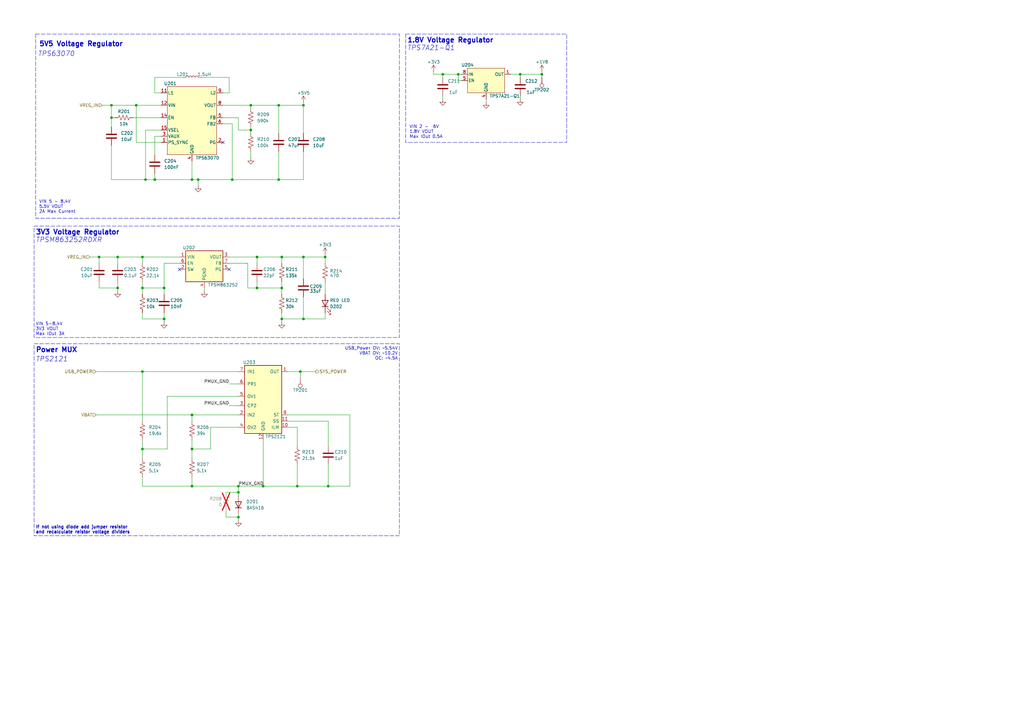
<source format=kicad_sch>
(kicad_sch
	(version 20250114)
	(generator "eeschema")
	(generator_version "9.0")
	(uuid "b94f30b6-ed87-4a0f-94f9-b267c7a674f7")
	(paper "A3")
	(title_block
		(title "CAM MK3 Power Schematics")
		(date "2025-11-15")
		(rev "A")
		(company "Illinois Space Society")
		(comment 3 "Andrew Dorman, Mason Miao, Kacper Paraniuk, Azalea Shillington, Mike Hung, Sahir Pagey")
		(comment 4 "Contributors: Eddie Tang, Rohan Das, Thomas McManamen, Chethan Karandikar, ")
	)
	(lib_symbols
		(symbol "+3V3_3"
			(power)
			(pin_numbers
				(hide yes)
			)
			(pin_names
				(offset 0)
				(hide yes)
			)
			(exclude_from_sim no)
			(in_bom yes)
			(on_board yes)
			(property "Reference" "#PWR"
				(at 0 -3.81 0)
				(effects
					(font
						(size 1.27 1.27)
					)
					(hide yes)
				)
			)
			(property "Value" "+3V3"
				(at 0 3.556 0)
				(effects
					(font
						(size 1.27 1.27)
					)
				)
			)
			(property "Footprint" ""
				(at 0 0 0)
				(effects
					(font
						(size 1.27 1.27)
					)
					(hide yes)
				)
			)
			(property "Datasheet" ""
				(at 0 0 0)
				(effects
					(font
						(size 1.27 1.27)
					)
					(hide yes)
				)
			)
			(property "Description" "Power symbol creates a global label with name \"+3V3\""
				(at 0 0 0)
				(effects
					(font
						(size 1.27 1.27)
					)
					(hide yes)
				)
			)
			(property "ki_keywords" "global power"
				(at 0 0 0)
				(effects
					(font
						(size 1.27 1.27)
					)
					(hide yes)
				)
			)
			(symbol "+3V3_3_0_1"
				(polyline
					(pts
						(xy -0.762 1.27) (xy 0 2.54)
					)
					(stroke
						(width 0)
						(type default)
					)
					(fill
						(type none)
					)
				)
				(polyline
					(pts
						(xy 0 2.54) (xy 0.762 1.27)
					)
					(stroke
						(width 0)
						(type default)
					)
					(fill
						(type none)
					)
				)
				(polyline
					(pts
						(xy 0 0) (xy 0 2.54)
					)
					(stroke
						(width 0)
						(type default)
					)
					(fill
						(type none)
					)
				)
			)
			(symbol "+3V3_3_1_1"
				(pin power_in line
					(at 0 0 90)
					(length 0)
					(name "~"
						(effects
							(font
								(size 1.27 1.27)
							)
						)
					)
					(number "1"
						(effects
							(font
								(size 1.27 1.27)
							)
						)
					)
				)
			)
			(embedded_fonts no)
		)
		(symbol "Connector:TestPoint"
			(pin_numbers
				(hide yes)
			)
			(pin_names
				(offset 0.762)
				(hide yes)
			)
			(exclude_from_sim no)
			(in_bom yes)
			(on_board yes)
			(property "Reference" "TP"
				(at 0 6.858 0)
				(effects
					(font
						(size 1.27 1.27)
					)
				)
			)
			(property "Value" "TestPoint"
				(at 0 5.08 0)
				(effects
					(font
						(size 1.27 1.27)
					)
				)
			)
			(property "Footprint" ""
				(at 5.08 0 0)
				(effects
					(font
						(size 1.27 1.27)
					)
					(hide yes)
				)
			)
			(property "Datasheet" "~"
				(at 5.08 0 0)
				(effects
					(font
						(size 1.27 1.27)
					)
					(hide yes)
				)
			)
			(property "Description" "test point"
				(at 0 0 0)
				(effects
					(font
						(size 1.27 1.27)
					)
					(hide yes)
				)
			)
			(property "ki_keywords" "test point tp"
				(at 0 0 0)
				(effects
					(font
						(size 1.27 1.27)
					)
					(hide yes)
				)
			)
			(property "ki_fp_filters" "Pin* Test*"
				(at 0 0 0)
				(effects
					(font
						(size 1.27 1.27)
					)
					(hide yes)
				)
			)
			(symbol "TestPoint_0_1"
				(circle
					(center 0 3.302)
					(radius 0.762)
					(stroke
						(width 0)
						(type default)
					)
					(fill
						(type none)
					)
				)
			)
			(symbol "TestPoint_1_1"
				(pin passive line
					(at 0 0 90)
					(length 2.54)
					(name "1"
						(effects
							(font
								(size 1.27 1.27)
							)
						)
					)
					(number "1"
						(effects
							(font
								(size 1.27 1.27)
							)
						)
					)
				)
			)
			(embedded_fonts no)
		)
		(symbol "Device:C"
			(pin_numbers
				(hide yes)
			)
			(pin_names
				(offset 0.254)
			)
			(exclude_from_sim no)
			(in_bom yes)
			(on_board yes)
			(property "Reference" "C"
				(at 0.635 2.54 0)
				(effects
					(font
						(size 1.27 1.27)
					)
					(justify left)
				)
			)
			(property "Value" "C"
				(at 0.635 -2.54 0)
				(effects
					(font
						(size 1.27 1.27)
					)
					(justify left)
				)
			)
			(property "Footprint" ""
				(at 0.9652 -3.81 0)
				(effects
					(font
						(size 1.27 1.27)
					)
					(hide yes)
				)
			)
			(property "Datasheet" "~"
				(at 0 0 0)
				(effects
					(font
						(size 1.27 1.27)
					)
					(hide yes)
				)
			)
			(property "Description" "Unpolarized capacitor"
				(at 0 0 0)
				(effects
					(font
						(size 1.27 1.27)
					)
					(hide yes)
				)
			)
			(property "ki_keywords" "cap capacitor"
				(at 0 0 0)
				(effects
					(font
						(size 1.27 1.27)
					)
					(hide yes)
				)
			)
			(property "ki_fp_filters" "C_*"
				(at 0 0 0)
				(effects
					(font
						(size 1.27 1.27)
					)
					(hide yes)
				)
			)
			(symbol "C_0_1"
				(polyline
					(pts
						(xy -2.032 0.762) (xy 2.032 0.762)
					)
					(stroke
						(width 0.508)
						(type default)
					)
					(fill
						(type none)
					)
				)
				(polyline
					(pts
						(xy -2.032 -0.762) (xy 2.032 -0.762)
					)
					(stroke
						(width 0.508)
						(type default)
					)
					(fill
						(type none)
					)
				)
			)
			(symbol "C_1_1"
				(pin passive line
					(at 0 3.81 270)
					(length 2.794)
					(name "~"
						(effects
							(font
								(size 1.27 1.27)
							)
						)
					)
					(number "1"
						(effects
							(font
								(size 1.27 1.27)
							)
						)
					)
				)
				(pin passive line
					(at 0 -3.81 90)
					(length 2.794)
					(name "~"
						(effects
							(font
								(size 1.27 1.27)
							)
						)
					)
					(number "2"
						(effects
							(font
								(size 1.27 1.27)
							)
						)
					)
				)
			)
			(embedded_fonts no)
		)
		(symbol "Device:D"
			(pin_numbers
				(hide yes)
			)
			(pin_names
				(offset 1.016)
				(hide yes)
			)
			(exclude_from_sim no)
			(in_bom yes)
			(on_board yes)
			(property "Reference" "D"
				(at 0 2.54 0)
				(effects
					(font
						(size 1.27 1.27)
					)
				)
			)
			(property "Value" "D"
				(at 0 -2.54 0)
				(effects
					(font
						(size 1.27 1.27)
					)
				)
			)
			(property "Footprint" ""
				(at 0 0 0)
				(effects
					(font
						(size 1.27 1.27)
					)
					(hide yes)
				)
			)
			(property "Datasheet" "~"
				(at 0 0 0)
				(effects
					(font
						(size 1.27 1.27)
					)
					(hide yes)
				)
			)
			(property "Description" "Diode"
				(at 0 0 0)
				(effects
					(font
						(size 1.27 1.27)
					)
					(hide yes)
				)
			)
			(property "Sim.Device" "D"
				(at 0 0 0)
				(effects
					(font
						(size 1.27 1.27)
					)
					(hide yes)
				)
			)
			(property "Sim.Pins" "1=K 2=A"
				(at 0 0 0)
				(effects
					(font
						(size 1.27 1.27)
					)
					(hide yes)
				)
			)
			(property "ki_keywords" "diode"
				(at 0 0 0)
				(effects
					(font
						(size 1.27 1.27)
					)
					(hide yes)
				)
			)
			(property "ki_fp_filters" "TO-???* *_Diode_* *SingleDiode* D_*"
				(at 0 0 0)
				(effects
					(font
						(size 1.27 1.27)
					)
					(hide yes)
				)
			)
			(symbol "D_0_1"
				(polyline
					(pts
						(xy -1.27 1.27) (xy -1.27 -1.27)
					)
					(stroke
						(width 0.254)
						(type default)
					)
					(fill
						(type none)
					)
				)
				(polyline
					(pts
						(xy 1.27 1.27) (xy 1.27 -1.27) (xy -1.27 0) (xy 1.27 1.27)
					)
					(stroke
						(width 0.254)
						(type default)
					)
					(fill
						(type none)
					)
				)
				(polyline
					(pts
						(xy 1.27 0) (xy -1.27 0)
					)
					(stroke
						(width 0)
						(type default)
					)
					(fill
						(type none)
					)
				)
			)
			(symbol "D_1_1"
				(pin passive line
					(at -3.81 0 0)
					(length 2.54)
					(name "K"
						(effects
							(font
								(size 1.27 1.27)
							)
						)
					)
					(number "1"
						(effects
							(font
								(size 1.27 1.27)
							)
						)
					)
				)
				(pin passive line
					(at 3.81 0 180)
					(length 2.54)
					(name "A"
						(effects
							(font
								(size 1.27 1.27)
							)
						)
					)
					(number "2"
						(effects
							(font
								(size 1.27 1.27)
							)
						)
					)
				)
			)
			(embedded_fonts no)
		)
		(symbol "Device:L"
			(pin_numbers
				(hide yes)
			)
			(pin_names
				(offset 1.016)
				(hide yes)
			)
			(exclude_from_sim no)
			(in_bom yes)
			(on_board yes)
			(property "Reference" "L"
				(at -1.27 0 90)
				(effects
					(font
						(size 1.27 1.27)
					)
				)
			)
			(property "Value" "L"
				(at 1.905 0 90)
				(effects
					(font
						(size 1.27 1.27)
					)
				)
			)
			(property "Footprint" ""
				(at 0 0 0)
				(effects
					(font
						(size 1.27 1.27)
					)
					(hide yes)
				)
			)
			(property "Datasheet" "~"
				(at 0 0 0)
				(effects
					(font
						(size 1.27 1.27)
					)
					(hide yes)
				)
			)
			(property "Description" "Inductor"
				(at 0 0 0)
				(effects
					(font
						(size 1.27 1.27)
					)
					(hide yes)
				)
			)
			(property "ki_keywords" "inductor choke coil reactor magnetic"
				(at 0 0 0)
				(effects
					(font
						(size 1.27 1.27)
					)
					(hide yes)
				)
			)
			(property "ki_fp_filters" "Choke_* *Coil* Inductor_* L_*"
				(at 0 0 0)
				(effects
					(font
						(size 1.27 1.27)
					)
					(hide yes)
				)
			)
			(symbol "L_0_1"
				(arc
					(start 0 2.54)
					(mid 0.6323 1.905)
					(end 0 1.27)
					(stroke
						(width 0)
						(type default)
					)
					(fill
						(type none)
					)
				)
				(arc
					(start 0 1.27)
					(mid 0.6323 0.635)
					(end 0 0)
					(stroke
						(width 0)
						(type default)
					)
					(fill
						(type none)
					)
				)
				(arc
					(start 0 0)
					(mid 0.6323 -0.635)
					(end 0 -1.27)
					(stroke
						(width 0)
						(type default)
					)
					(fill
						(type none)
					)
				)
				(arc
					(start 0 -1.27)
					(mid 0.6323 -1.905)
					(end 0 -2.54)
					(stroke
						(width 0)
						(type default)
					)
					(fill
						(type none)
					)
				)
			)
			(symbol "L_1_1"
				(pin passive line
					(at 0 3.81 270)
					(length 1.27)
					(name "1"
						(effects
							(font
								(size 1.27 1.27)
							)
						)
					)
					(number "1"
						(effects
							(font
								(size 1.27 1.27)
							)
						)
					)
				)
				(pin passive line
					(at 0 -3.81 90)
					(length 1.27)
					(name "2"
						(effects
							(font
								(size 1.27 1.27)
							)
						)
					)
					(number "2"
						(effects
							(font
								(size 1.27 1.27)
							)
						)
					)
				)
			)
			(embedded_fonts no)
		)
		(symbol "Device:LED"
			(pin_numbers
				(hide yes)
			)
			(pin_names
				(offset 1.016)
				(hide yes)
			)
			(exclude_from_sim no)
			(in_bom yes)
			(on_board yes)
			(property "Reference" "D"
				(at 0 2.54 0)
				(effects
					(font
						(size 1.27 1.27)
					)
				)
			)
			(property "Value" "LED"
				(at 0 -2.54 0)
				(effects
					(font
						(size 1.27 1.27)
					)
				)
			)
			(property "Footprint" ""
				(at 0 0 0)
				(effects
					(font
						(size 1.27 1.27)
					)
					(hide yes)
				)
			)
			(property "Datasheet" "~"
				(at 0 0 0)
				(effects
					(font
						(size 1.27 1.27)
					)
					(hide yes)
				)
			)
			(property "Description" "Light emitting diode"
				(at 0 0 0)
				(effects
					(font
						(size 1.27 1.27)
					)
					(hide yes)
				)
			)
			(property "ki_keywords" "LED diode"
				(at 0 0 0)
				(effects
					(font
						(size 1.27 1.27)
					)
					(hide yes)
				)
			)
			(property "ki_fp_filters" "LED* LED_SMD:* LED_THT:*"
				(at 0 0 0)
				(effects
					(font
						(size 1.27 1.27)
					)
					(hide yes)
				)
			)
			(symbol "LED_0_1"
				(polyline
					(pts
						(xy -3.048 -0.762) (xy -4.572 -2.286) (xy -3.81 -2.286) (xy -4.572 -2.286) (xy -4.572 -1.524)
					)
					(stroke
						(width 0)
						(type default)
					)
					(fill
						(type none)
					)
				)
				(polyline
					(pts
						(xy -1.778 -0.762) (xy -3.302 -2.286) (xy -2.54 -2.286) (xy -3.302 -2.286) (xy -3.302 -1.524)
					)
					(stroke
						(width 0)
						(type default)
					)
					(fill
						(type none)
					)
				)
				(polyline
					(pts
						(xy -1.27 0) (xy 1.27 0)
					)
					(stroke
						(width 0)
						(type default)
					)
					(fill
						(type none)
					)
				)
				(polyline
					(pts
						(xy -1.27 -1.27) (xy -1.27 1.27)
					)
					(stroke
						(width 0.254)
						(type default)
					)
					(fill
						(type none)
					)
				)
				(polyline
					(pts
						(xy 1.27 -1.27) (xy 1.27 1.27) (xy -1.27 0) (xy 1.27 -1.27)
					)
					(stroke
						(width 0.254)
						(type default)
					)
					(fill
						(type none)
					)
				)
			)
			(symbol "LED_1_1"
				(pin passive line
					(at -3.81 0 0)
					(length 2.54)
					(name "K"
						(effects
							(font
								(size 1.27 1.27)
							)
						)
					)
					(number "1"
						(effects
							(font
								(size 1.27 1.27)
							)
						)
					)
				)
				(pin passive line
					(at 3.81 0 180)
					(length 2.54)
					(name "A"
						(effects
							(font
								(size 1.27 1.27)
							)
						)
					)
					(number "2"
						(effects
							(font
								(size 1.27 1.27)
							)
						)
					)
				)
			)
			(embedded_fonts no)
		)
		(symbol "Device:R_US"
			(pin_numbers
				(hide yes)
			)
			(pin_names
				(offset 0)
			)
			(exclude_from_sim no)
			(in_bom yes)
			(on_board yes)
			(property "Reference" "R"
				(at 2.54 0 90)
				(effects
					(font
						(size 1.27 1.27)
					)
				)
			)
			(property "Value" "R_US"
				(at -2.54 0 90)
				(effects
					(font
						(size 1.27 1.27)
					)
				)
			)
			(property "Footprint" ""
				(at 1.016 -0.254 90)
				(effects
					(font
						(size 1.27 1.27)
					)
					(hide yes)
				)
			)
			(property "Datasheet" "~"
				(at 0 0 0)
				(effects
					(font
						(size 1.27 1.27)
					)
					(hide yes)
				)
			)
			(property "Description" "Resistor, US symbol"
				(at 0 0 0)
				(effects
					(font
						(size 1.27 1.27)
					)
					(hide yes)
				)
			)
			(property "ki_keywords" "R res resistor"
				(at 0 0 0)
				(effects
					(font
						(size 1.27 1.27)
					)
					(hide yes)
				)
			)
			(property "ki_fp_filters" "R_*"
				(at 0 0 0)
				(effects
					(font
						(size 1.27 1.27)
					)
					(hide yes)
				)
			)
			(symbol "R_US_0_1"
				(polyline
					(pts
						(xy 0 2.286) (xy 0 2.54)
					)
					(stroke
						(width 0)
						(type default)
					)
					(fill
						(type none)
					)
				)
				(polyline
					(pts
						(xy 0 2.286) (xy 1.016 1.905) (xy 0 1.524) (xy -1.016 1.143) (xy 0 0.762)
					)
					(stroke
						(width 0)
						(type default)
					)
					(fill
						(type none)
					)
				)
				(polyline
					(pts
						(xy 0 0.762) (xy 1.016 0.381) (xy 0 0) (xy -1.016 -0.381) (xy 0 -0.762)
					)
					(stroke
						(width 0)
						(type default)
					)
					(fill
						(type none)
					)
				)
				(polyline
					(pts
						(xy 0 -0.762) (xy 1.016 -1.143) (xy 0 -1.524) (xy -1.016 -1.905) (xy 0 -2.286)
					)
					(stroke
						(width 0)
						(type default)
					)
					(fill
						(type none)
					)
				)
				(polyline
					(pts
						(xy 0 -2.286) (xy 0 -2.54)
					)
					(stroke
						(width 0)
						(type default)
					)
					(fill
						(type none)
					)
				)
			)
			(symbol "R_US_1_1"
				(pin passive line
					(at 0 3.81 270)
					(length 1.27)
					(name "~"
						(effects
							(font
								(size 1.27 1.27)
							)
						)
					)
					(number "1"
						(effects
							(font
								(size 1.27 1.27)
							)
						)
					)
				)
				(pin passive line
					(at 0 -3.81 90)
					(length 1.27)
					(name "~"
						(effects
							(font
								(size 1.27 1.27)
							)
						)
					)
					(number "2"
						(effects
							(font
								(size 1.27 1.27)
							)
						)
					)
				)
			)
			(embedded_fonts no)
		)
		(symbol "GND_1"
			(power)
			(pin_numbers
				(hide yes)
			)
			(pin_names
				(offset 0)
				(hide yes)
			)
			(exclude_from_sim no)
			(in_bom yes)
			(on_board yes)
			(property "Reference" "#PWR"
				(at 0 -6.35 0)
				(effects
					(font
						(size 1.27 1.27)
					)
					(hide yes)
				)
			)
			(property "Value" "GND"
				(at 0 -3.81 0)
				(effects
					(font
						(size 1.27 1.27)
					)
				)
			)
			(property "Footprint" ""
				(at 0 0 0)
				(effects
					(font
						(size 1.27 1.27)
					)
					(hide yes)
				)
			)
			(property "Datasheet" ""
				(at 0 0 0)
				(effects
					(font
						(size 1.27 1.27)
					)
					(hide yes)
				)
			)
			(property "Description" "Power symbol creates a global label with name \"GND\" , ground"
				(at 0 0 0)
				(effects
					(font
						(size 1.27 1.27)
					)
					(hide yes)
				)
			)
			(property "ki_keywords" "global power"
				(at 0 0 0)
				(effects
					(font
						(size 1.27 1.27)
					)
					(hide yes)
				)
			)
			(symbol "GND_1_0_1"
				(polyline
					(pts
						(xy 0 0) (xy 0 -1.27) (xy 1.27 -1.27) (xy 0 -2.54) (xy -1.27 -1.27) (xy 0 -1.27)
					)
					(stroke
						(width 0)
						(type default)
					)
					(fill
						(type none)
					)
				)
			)
			(symbol "GND_1_1_1"
				(pin power_in line
					(at 0 0 270)
					(length 0)
					(name "~"
						(effects
							(font
								(size 1.27 1.27)
							)
						)
					)
					(number "1"
						(effects
							(font
								(size 1.27 1.27)
							)
						)
					)
				)
			)
			(embedded_fonts no)
		)
		(symbol "GND_13"
			(power)
			(pin_numbers
				(hide yes)
			)
			(pin_names
				(offset 0)
				(hide yes)
			)
			(exclude_from_sim no)
			(in_bom yes)
			(on_board yes)
			(property "Reference" "#PWR"
				(at 0 -6.35 0)
				(effects
					(font
						(size 1.27 1.27)
					)
					(hide yes)
				)
			)
			(property "Value" "GND"
				(at 0 -3.81 0)
				(effects
					(font
						(size 1.27 1.27)
					)
				)
			)
			(property "Footprint" ""
				(at 0 0 0)
				(effects
					(font
						(size 1.27 1.27)
					)
					(hide yes)
				)
			)
			(property "Datasheet" ""
				(at 0 0 0)
				(effects
					(font
						(size 1.27 1.27)
					)
					(hide yes)
				)
			)
			(property "Description" "Power symbol creates a global label with name \"GND\" , ground"
				(at 0 0 0)
				(effects
					(font
						(size 1.27 1.27)
					)
					(hide yes)
				)
			)
			(property "ki_keywords" "global power"
				(at 0 0 0)
				(effects
					(font
						(size 1.27 1.27)
					)
					(hide yes)
				)
			)
			(symbol "GND_13_0_1"
				(polyline
					(pts
						(xy 0 0) (xy 0 -1.27) (xy 1.27 -1.27) (xy 0 -2.54) (xy -1.27 -1.27) (xy 0 -1.27)
					)
					(stroke
						(width 0)
						(type default)
					)
					(fill
						(type none)
					)
				)
			)
			(symbol "GND_13_1_1"
				(pin power_in line
					(at 0 0 270)
					(length 0)
					(name "~"
						(effects
							(font
								(size 1.27 1.27)
							)
						)
					)
					(number "1"
						(effects
							(font
								(size 1.27 1.27)
							)
						)
					)
				)
			)
			(embedded_fonts no)
		)
		(symbol "GND_3"
			(power)
			(pin_numbers
				(hide yes)
			)
			(pin_names
				(offset 0)
				(hide yes)
			)
			(exclude_from_sim no)
			(in_bom yes)
			(on_board yes)
			(property "Reference" "#PWR"
				(at 0 -6.35 0)
				(effects
					(font
						(size 1.27 1.27)
					)
					(hide yes)
				)
			)
			(property "Value" "GND"
				(at 0 -3.81 0)
				(effects
					(font
						(size 1.27 1.27)
					)
				)
			)
			(property "Footprint" ""
				(at 0 0 0)
				(effects
					(font
						(size 1.27 1.27)
					)
					(hide yes)
				)
			)
			(property "Datasheet" ""
				(at 0 0 0)
				(effects
					(font
						(size 1.27 1.27)
					)
					(hide yes)
				)
			)
			(property "Description" "Power symbol creates a global label with name \"GND\" , ground"
				(at 0 0 0)
				(effects
					(font
						(size 1.27 1.27)
					)
					(hide yes)
				)
			)
			(property "ki_keywords" "global power"
				(at 0 0 0)
				(effects
					(font
						(size 1.27 1.27)
					)
					(hide yes)
				)
			)
			(symbol "GND_3_0_1"
				(polyline
					(pts
						(xy 0 0) (xy 0 -1.27) (xy 1.27 -1.27) (xy 0 -2.54) (xy -1.27 -1.27) (xy 0 -1.27)
					)
					(stroke
						(width 0)
						(type default)
					)
					(fill
						(type none)
					)
				)
			)
			(symbol "GND_3_1_1"
				(pin power_in line
					(at 0 0 270)
					(length 0)
					(name "~"
						(effects
							(font
								(size 1.27 1.27)
							)
						)
					)
					(number "1"
						(effects
							(font
								(size 1.27 1.27)
							)
						)
					)
				)
			)
			(embedded_fonts no)
		)
		(symbol "Power_MUX:TPS2121"
			(pin_names
				(offset 1.016)
			)
			(exclude_from_sim no)
			(in_bom yes)
			(on_board yes)
			(property "Reference" "U4"
				(at -6.35 16.51 0)
				(effects
					(font
						(size 1.27 1.27)
					)
				)
			)
			(property "Value" "TPS2121"
				(at 5.08 -16.51 0)
				(effects
					(font
						(size 1.27 1.27)
					)
				)
			)
			(property "Footprint" "Package_VQFN:VQFN-HR-RUX0012A"
				(at 0 0 0)
				(effects
					(font
						(size 1.27 1.27)
					)
					(justify bottom)
					(hide yes)
				)
			)
			(property "Datasheet" "https://www.ti.com/product/TPS2121"
				(at 0 0 0)
				(effects
					(font
						(size 1.27 1.27)
					)
					(hide yes)
				)
			)
			(property "Description" "2.7V to 22V, 56-mΩ, 4.5A, power mux with seamless switchover, 2 inputs"
				(at 0 0 0)
				(effects
					(font
						(size 1.27 1.27)
					)
					(hide yes)
				)
			)
			(property "ki_keywords" "2.7V to 22V 56mΩ 4.5A power mux with seamless switchover 2 inputs"
				(at 0 0 0)
				(effects
					(font
						(size 1.27 1.27)
					)
					(hide yes)
				)
			)
			(symbol "TPS2121_0_0"
				(rectangle
					(start -7.62 15.24)
					(end 7.62 -12.7)
					(stroke
						(width 0.254)
						(type default)
					)
					(fill
						(type background)
					)
				)
				(pin power_in line
					(at -10.16 12.7 0)
					(length 2.54)
					(name "IN1"
						(effects
							(font
								(size 1.27 1.27)
							)
						)
					)
					(number "7"
						(effects
							(font
								(size 1.27 1.27)
							)
						)
					)
				)
				(pin input line
					(at -10.16 7.62 0)
					(length 2.54)
					(name "PR1"
						(effects
							(font
								(size 1.27 1.27)
							)
						)
					)
					(number "6"
						(effects
							(font
								(size 1.27 1.27)
							)
						)
					)
				)
				(pin input line
					(at -10.16 2.54 0)
					(length 2.54)
					(name "OV1"
						(effects
							(font
								(size 1.27 1.27)
							)
						)
					)
					(number "5"
						(effects
							(font
								(size 1.27 1.27)
							)
						)
					)
				)
				(pin input line
					(at -10.16 -1.27 0)
					(length 2.54)
					(name "CP2"
						(effects
							(font
								(size 1.27 1.27)
							)
						)
					)
					(number "3"
						(effects
							(font
								(size 1.27 1.27)
							)
						)
					)
				)
				(pin power_in line
					(at -10.16 -5.08 0)
					(length 2.54)
					(name "IN2"
						(effects
							(font
								(size 1.27 1.27)
							)
						)
					)
					(number "2"
						(effects
							(font
								(size 1.27 1.27)
							)
						)
					)
				)
				(pin input line
					(at -10.16 -10.16 0)
					(length 2.54)
					(name "OV2"
						(effects
							(font
								(size 1.27 1.27)
							)
						)
					)
					(number "4"
						(effects
							(font
								(size 1.27 1.27)
							)
						)
					)
				)
				(pin power_in line
					(at 0 -15.24 90)
					(length 2.54)
					(name "GND"
						(effects
							(font
								(size 1.27 1.27)
							)
						)
					)
					(number "12"
						(effects
							(font
								(size 1.27 1.27)
							)
						)
					)
				)
				(pin output line
					(at 10.16 -5.08 180)
					(length 2.54)
					(name "ST"
						(effects
							(font
								(size 1.27 1.27)
							)
						)
					)
					(number "9"
						(effects
							(font
								(size 1.27 1.27)
							)
						)
					)
				)
				(pin output line
					(at 10.16 -7.62 180)
					(length 2.54)
					(name "SS"
						(effects
							(font
								(size 1.27 1.27)
							)
						)
					)
					(number "11"
						(effects
							(font
								(size 1.27 1.27)
							)
						)
					)
				)
				(pin output line
					(at 10.16 -10.16 180)
					(length 2.54)
					(name "ILM"
						(effects
							(font
								(size 1.27 1.27)
							)
						)
					)
					(number "10"
						(effects
							(font
								(size 1.27 1.27)
							)
						)
					)
				)
			)
			(symbol "TPS2121_1_0"
				(pin power_out line
					(at 10.16 12.7 180)
					(length 2.54)
					(name "OUT"
						(effects
							(font
								(size 1.27 1.27)
							)
						)
					)
					(number "1"
						(effects
							(font
								(size 1.27 1.27)
							)
						)
					)
				)
				(pin power_out line
					(at 10.16 12.7 180)
					(length 2.54)
					(hide yes)
					(name "OUT"
						(effects
							(font
								(size 1.27 1.27)
							)
						)
					)
					(number "8"
						(effects
							(font
								(size 1.27 1.27)
							)
						)
					)
				)
			)
			(embedded_fonts no)
		)
		(symbol "Regulator_Texas:TI_TPSM863252"
			(exclude_from_sim no)
			(in_bom yes)
			(on_board yes)
			(property "Reference" "U"
				(at -6.985 6.35 0)
				(effects
					(font
						(size 1.27 1.27)
					)
				)
			)
			(property "Value" "TPSM863252"
				(at 7.62 -8.89 0)
				(effects
					(font
						(size 1.27 1.27)
					)
				)
			)
			(property "Footprint" "Package_QFN:QFN-FCMOD-RDX0007A"
				(at 0 -22.86 0)
				(effects
					(font
						(size 1.27 1.27)
						(italic yes)
					)
					(hide yes)
				)
			)
			(property "Datasheet" "https://www.ti.com/lit/ds/symlink/tpsm863252.pdf"
				(at 0 -25.4 0)
				(effects
					(font
						(size 1.27 1.27)
						(italic yes)
					)
					(hide yes)
				)
			)
			(property "Description" "3A Synchronous Buck Converter, 3-17V Input, 0.6-10V Output, QFN-FCMOD"
				(at 0 -27.94 0)
				(effects
					(font
						(size 1.27 1.27)
					)
					(hide yes)
				)
			)
			(property "ki_keywords" "TPSM863252 Regulator Buck Converter Texas Instruments TI 3-17V 0.6-10V"
				(at 0 0 0)
				(effects
					(font
						(size 1.27 1.27)
					)
					(hide yes)
				)
			)
			(property "ki_fp_filters" "RDX0007A-MFG"
				(at 0 0 0)
				(effects
					(font
						(size 1.27 1.27)
					)
					(hide yes)
				)
			)
			(symbol "TI_TPSM863252_1_1"
				(rectangle
					(start -7.62 5.08)
					(end 7.62 -7.62)
					(stroke
						(width 0.254)
						(type default)
					)
					(fill
						(type background)
					)
				)
				(pin power_in line
					(at -10.16 2.54 0)
					(length 2.54)
					(name "VIN"
						(effects
							(font
								(size 1.27 1.27)
							)
						)
					)
					(number "1"
						(effects
							(font
								(size 1.27 1.27)
							)
						)
					)
				)
				(pin input line
					(at -10.16 0 0)
					(length 2.54)
					(name "EN"
						(effects
							(font
								(size 1.27 1.27)
							)
						)
					)
					(number "6"
						(effects
							(font
								(size 1.27 1.27)
							)
						)
					)
				)
				(pin unspecified line
					(at -10.16 -2.54 0)
					(length 2.54)
					(name "SW"
						(effects
							(font
								(size 1.27 1.27)
							)
						)
					)
					(number "2"
						(effects
							(font
								(size 1.27 1.27)
							)
						)
					)
				)
				(pin power_in line
					(at 0 -10.16 90)
					(length 2.54)
					(name "PGND"
						(effects
							(font
								(size 1.27 1.27)
							)
						)
					)
					(number "4"
						(effects
							(font
								(size 1.27 1.27)
							)
						)
					)
				)
				(pin power_in line
					(at 10.16 2.54 180)
					(length 2.54)
					(name "VOUT"
						(effects
							(font
								(size 1.27 1.27)
							)
						)
					)
					(number "3"
						(effects
							(font
								(size 1.27 1.27)
							)
						)
					)
				)
				(pin unspecified line
					(at 10.16 0 180)
					(length 2.54)
					(name "FB"
						(effects
							(font
								(size 1.27 1.27)
							)
						)
					)
					(number "7"
						(effects
							(font
								(size 1.27 1.27)
							)
						)
					)
				)
				(pin open_collector line
					(at 10.16 -2.54 180)
					(length 2.54)
					(name "PG"
						(effects
							(font
								(size 1.27 1.27)
							)
						)
					)
					(number "5"
						(effects
							(font
								(size 1.27 1.27)
							)
						)
					)
				)
			)
			(embedded_fonts no)
		)
		(symbol "Regulator_Texas:TPS63070"
			(pin_names
				(offset 0.254)
			)
			(exclude_from_sim no)
			(in_bom yes)
			(on_board yes)
			(property "Reference" "U"
				(at -10.16 16.51 0)
				(effects
					(font
						(size 1.27 1.27)
					)
				)
			)
			(property "Value" "TPS63070"
				(at 6.35 -13.97 0)
				(effects
					(font
						(size 1.27 1.27)
					)
				)
			)
			(property "Footprint" "Package_VQFN:VQFN-RNM0015A"
				(at 0 -44.45 0)
				(effects
					(font
						(size 1.27 1.27)
						(italic yes)
					)
					(hide yes)
				)
			)
			(property "Datasheet" "https://www.ti.com/lit/gpn/tps63070"
				(at 0 -44.45 0)
				(effects
					(font
						(size 1.27 1.27)
						(italic yes)
					)
					(hide yes)
				)
			)
			(property "Description" "2-V to 16-V Buck-Boost Converter With 3.6-A Switch Current"
				(at 0 -44.45 0)
				(effects
					(font
						(size 1.27 1.27)
					)
					(hide yes)
				)
			)
			(property "ki_keywords" "TPS63070 2-V to 16-V Buck-Boost Converter With 3.6-A Switch Current"
				(at 0 0 0)
				(effects
					(font
						(size 1.27 1.27)
					)
					(hide yes)
				)
			)
			(property "ki_fp_filters" "RNM0015A"
				(at 0 0 0)
				(effects
					(font
						(size 1.27 1.27)
					)
					(hide yes)
				)
			)
			(symbol "TPS63070_0_1"
				(pin power_in line
					(at -12.7 7.62 0)
					(length 2.54)
					(name "VIN"
						(effects
							(font
								(size 1.27 1.27)
							)
						)
					)
					(number "12"
						(effects
							(font
								(size 1.27 1.27)
							)
						)
					)
				)
				(pin input line
					(at -12.7 2.54 0)
					(length 2.54)
					(name "EN"
						(effects
							(font
								(size 1.27 1.27)
							)
						)
					)
					(number "14"
						(effects
							(font
								(size 1.27 1.27)
							)
						)
					)
				)
				(pin input line
					(at -12.7 -2.54 0)
					(length 2.54)
					(name "VSEL"
						(effects
							(font
								(size 1.27 1.27)
							)
						)
					)
					(number "15"
						(effects
							(font
								(size 1.27 1.27)
							)
						)
					)
				)
				(pin unspecified line
					(at -12.7 -5.08 0)
					(length 2.54)
					(name "VAUX"
						(effects
							(font
								(size 1.27 1.27)
							)
						)
					)
					(number "3"
						(effects
							(font
								(size 1.27 1.27)
							)
						)
					)
				)
				(pin input line
					(at -12.7 -7.62 0)
					(length 2.54)
					(name "PS_SYNC"
						(effects
							(font
								(size 1.27 1.27)
							)
						)
					)
					(number "1"
						(effects
							(font
								(size 1.27 1.27)
							)
						)
					)
				)
				(pin power_in line
					(at 0 -15.24 90)
					(length 2.54)
					(name "GND"
						(effects
							(font
								(size 1.27 1.27)
							)
						)
					)
					(number "4"
						(effects
							(font
								(size 1.27 1.27)
							)
						)
					)
				)
				(pin unspecified line
					(at 12.7 12.7 180)
					(length 2.54)
					(name "L2"
						(effects
							(font
								(size 1.27 1.27)
							)
						)
					)
					(number "9"
						(effects
							(font
								(size 1.27 1.27)
							)
						)
					)
				)
				(pin power_in line
					(at 12.7 7.62 180)
					(length 2.54)
					(name "VOUT"
						(effects
							(font
								(size 1.27 1.27)
							)
						)
					)
					(number "8"
						(effects
							(font
								(size 1.27 1.27)
							)
						)
					)
				)
				(pin output line
					(at 12.7 2.54 180)
					(length 2.54)
					(name "FB"
						(effects
							(font
								(size 1.27 1.27)
							)
						)
					)
					(number "5"
						(effects
							(font
								(size 1.27 1.27)
							)
						)
					)
				)
				(pin input line
					(at 12.7 0 180)
					(length 2.54)
					(name "FB2"
						(effects
							(font
								(size 1.27 1.27)
							)
						)
					)
					(number "6"
						(effects
							(font
								(size 1.27 1.27)
							)
						)
					)
				)
				(pin open_collector line
					(at 12.7 -7.62 180)
					(length 2.54)
					(name "PG"
						(effects
							(font
								(size 1.27 1.27)
							)
						)
					)
					(number "2"
						(effects
							(font
								(size 1.27 1.27)
							)
						)
					)
				)
			)
			(symbol "TPS63070_1_1"
				(rectangle
					(start -10.16 15.24)
					(end 10.16 -12.7)
					(stroke
						(width 0)
						(type solid)
					)
					(fill
						(type background)
					)
				)
				(pin unspecified line
					(at -12.7 12.7 0)
					(length 2.54)
					(name "L1"
						(effects
							(font
								(size 1.27 1.27)
							)
						)
					)
					(number "11"
						(effects
							(font
								(size 1.27 1.27)
							)
						)
					)
				)
				(pin passive line
					(at -12.7 7.62 0)
					(length 2.54)
					(hide yes)
					(name "VIN"
						(effects
							(font
								(size 1.27 1.27)
							)
						)
					)
					(number "13"
						(effects
							(font
								(size 1.27 1.27)
							)
						)
					)
				)
				(pin passive line
					(at 0 -15.24 90)
					(length 2.54)
					(hide yes)
					(name "PGND"
						(effects
							(font
								(size 1.27 1.27)
							)
						)
					)
					(number "10"
						(effects
							(font
								(size 1.27 1.27)
							)
						)
					)
				)
				(pin passive line
					(at 12.7 7.62 180)
					(length 2.54)
					(hide yes)
					(name "VOUT"
						(effects
							(font
								(size 1.27 1.27)
							)
						)
					)
					(number "7"
						(effects
							(font
								(size 1.27 1.27)
							)
						)
					)
				)
			)
			(embedded_fonts no)
		)
		(symbol "Regulator_Texas:TPS7A21-Q1"
			(pin_names
				(offset 0.254)
			)
			(exclude_from_sim no)
			(in_bom yes)
			(on_board yes)
			(property "Reference" "U"
				(at -7.62 6.35 0)
				(effects
					(font
						(size 1.27 1.27)
					)
				)
			)
			(property "Value" "TPS7A21-Q1"
				(at 7.62 -6.35 0)
				(effects
					(font
						(size 1.27 1.27)
					)
				)
			)
			(property "Footprint" "Package_SON:Texas_DSG0008A_WSON-8-1EP_2x2mm_P0.5mm_EP0.9x1.6mm"
				(at 0 -22.86 0)
				(effects
					(font
						(size 1.27 1.27)
						(italic yes)
					)
					(hide yes)
				)
			)
			(property "Datasheet" "https://www.ti.com/lit/gpn/tps7a21-q1"
				(at 0 -22.86 0)
				(effects
					(font
						(size 1.27 1.27)
						(italic yes)
					)
					(hide yes)
				)
			)
			(property "Description" "Automotive, 500mA, Low-Noise, Low-IQ, High-PSRR LDO, WSON-8"
				(at 0 -22.86 0)
				(effects
					(font
						(size 1.27 1.27)
					)
					(hide yes)
				)
			)
			(property "ki_keywords" "TPS7A21-Q1 Automotive, 500mA, Low-Noise, Low-IQ, High-PSRR LDO"
				(at 0 0 0)
				(effects
					(font
						(size 1.27 1.27)
					)
					(hide yes)
				)
			)
			(property "ki_fp_filters" "WSON8_DSG_TEX WSON8_DSG_TEX-M WSON8_DSG_TEX-L"
				(at 0 0 0)
				(effects
					(font
						(size 1.27 1.27)
					)
					(hide yes)
				)
			)
			(symbol "TPS7A21-Q1_0_1"
				(pin input line
					(at -10.16 0 0)
					(length 2.54)
					(name "EN"
						(effects
							(font
								(size 1.27 1.27)
							)
						)
					)
					(number "5"
						(effects
							(font
								(size 1.27 1.27)
							)
						)
					)
				)
				(pin power_out line
					(at 0 -7.62 90)
					(length 2.54)
					(name "GND"
						(effects
							(font
								(size 1.27 1.27)
							)
						)
					)
					(number "4"
						(effects
							(font
								(size 1.27 1.27)
							)
						)
					)
				)
			)
			(symbol "TPS7A21-Q1_1_1"
				(rectangle
					(start -7.62 5.08)
					(end 7.62 -5.08)
					(stroke
						(width 0)
						(type solid)
					)
					(fill
						(type background)
					)
				)
				(pin passive line
					(at -10.16 2.54 0)
					(length 2.54)
					(hide yes)
					(name "IN"
						(effects
							(font
								(size 1.27 1.27)
							)
						)
					)
					(number "7"
						(effects
							(font
								(size 1.27 1.27)
							)
						)
					)
				)
				(pin input line
					(at -10.16 2.54 0)
					(length 2.54)
					(name "IN"
						(effects
							(font
								(size 1.27 1.27)
							)
						)
					)
					(number "8"
						(effects
							(font
								(size 1.27 1.27)
							)
						)
					)
				)
				(pin passive line
					(at 0 -7.62 90)
					(length 2.54)
					(hide yes)
					(name "EPAD"
						(effects
							(font
								(size 1.27 1.27)
							)
						)
					)
					(number "9"
						(effects
							(font
								(size 1.27 1.27)
							)
						)
					)
				)
				(pin no_connect line
					(at 7.62 0 180)
					(length 2.54)
					(hide yes)
					(name "NC"
						(effects
							(font
								(size 1.27 1.27)
							)
						)
					)
					(number "3"
						(effects
							(font
								(size 1.27 1.27)
							)
						)
					)
				)
				(pin no_connect line
					(at 7.62 0 180)
					(length 2.54)
					(hide yes)
					(name "NC"
						(effects
							(font
								(size 1.27 1.27)
							)
						)
					)
					(number "6"
						(effects
							(font
								(size 1.27 1.27)
							)
						)
					)
				)
				(pin output line
					(at 10.16 2.54 180)
					(length 2.54)
					(name "OUT"
						(effects
							(font
								(size 1.27 1.27)
							)
						)
					)
					(number "1"
						(effects
							(font
								(size 1.27 1.27)
							)
						)
					)
				)
				(pin passive line
					(at 10.16 2.54 180)
					(length 2.54)
					(hide yes)
					(name "OUT"
						(effects
							(font
								(size 1.27 1.27)
							)
						)
					)
					(number "2"
						(effects
							(font
								(size 1.27 1.27)
							)
						)
					)
				)
			)
			(embedded_fonts no)
		)
		(symbol "power:+3V3"
			(power)
			(pin_names
				(offset 0)
			)
			(exclude_from_sim no)
			(in_bom yes)
			(on_board yes)
			(property "Reference" "#PWR"
				(at 0 -3.81 0)
				(effects
					(font
						(size 1.27 1.27)
					)
					(hide yes)
				)
			)
			(property "Value" "+3V3"
				(at 0 3.556 0)
				(effects
					(font
						(size 1.27 1.27)
					)
				)
			)
			(property "Footprint" ""
				(at 0 0 0)
				(effects
					(font
						(size 1.27 1.27)
					)
					(hide yes)
				)
			)
			(property "Datasheet" ""
				(at 0 0 0)
				(effects
					(font
						(size 1.27 1.27)
					)
					(hide yes)
				)
			)
			(property "Description" "Power symbol creates a global label with name \"+3V3\""
				(at 0 0 0)
				(effects
					(font
						(size 1.27 1.27)
					)
					(hide yes)
				)
			)
			(property "ki_keywords" "global power"
				(at 0 0 0)
				(effects
					(font
						(size 1.27 1.27)
					)
					(hide yes)
				)
			)
			(symbol "+3V3_0_1"
				(polyline
					(pts
						(xy -0.762 1.27) (xy 0 2.54)
					)
					(stroke
						(width 0)
						(type default)
					)
					(fill
						(type none)
					)
				)
				(polyline
					(pts
						(xy 0 2.54) (xy 0.762 1.27)
					)
					(stroke
						(width 0)
						(type default)
					)
					(fill
						(type none)
					)
				)
				(polyline
					(pts
						(xy 0 0) (xy 0 2.54)
					)
					(stroke
						(width 0)
						(type default)
					)
					(fill
						(type none)
					)
				)
			)
			(symbol "+3V3_1_1"
				(pin power_in line
					(at 0 0 90)
					(length 0)
					(hide yes)
					(name "+3V3"
						(effects
							(font
								(size 1.27 1.27)
							)
						)
					)
					(number "1"
						(effects
							(font
								(size 1.27 1.27)
							)
						)
					)
				)
			)
			(embedded_fonts no)
		)
		(symbol "power:GND"
			(power)
			(pin_names
				(offset 0)
			)
			(exclude_from_sim no)
			(in_bom yes)
			(on_board yes)
			(property "Reference" "#PWR"
				(at 0 -6.35 0)
				(effects
					(font
						(size 1.27 1.27)
					)
					(hide yes)
				)
			)
			(property "Value" "GND"
				(at 0 -3.81 0)
				(effects
					(font
						(size 1.27 1.27)
					)
				)
			)
			(property "Footprint" ""
				(at 0 0 0)
				(effects
					(font
						(size 1.27 1.27)
					)
					(hide yes)
				)
			)
			(property "Datasheet" ""
				(at 0 0 0)
				(effects
					(font
						(size 1.27 1.27)
					)
					(hide yes)
				)
			)
			(property "Description" "Power symbol creates a global label with name \"GND\" , ground"
				(at 0 0 0)
				(effects
					(font
						(size 1.27 1.27)
					)
					(hide yes)
				)
			)
			(property "ki_keywords" "global power"
				(at 0 0 0)
				(effects
					(font
						(size 1.27 1.27)
					)
					(hide yes)
				)
			)
			(symbol "GND_0_1"
				(polyline
					(pts
						(xy 0 0) (xy 0 -1.27) (xy 1.27 -1.27) (xy 0 -2.54) (xy -1.27 -1.27) (xy 0 -1.27)
					)
					(stroke
						(width 0)
						(type default)
					)
					(fill
						(type none)
					)
				)
			)
			(symbol "GND_1_1"
				(pin power_in line
					(at 0 0 270)
					(length 0)
					(hide yes)
					(name "GND"
						(effects
							(font
								(size 1.27 1.27)
							)
						)
					)
					(number "1"
						(effects
							(font
								(size 1.27 1.27)
							)
						)
					)
				)
			)
			(embedded_fonts no)
		)
	)
	(rectangle
		(start 13.97 92.71)
		(end 163.83 138.43)
		(stroke
			(width 0)
			(type dash)
		)
		(fill
			(type none)
		)
		(uuid 0e245592-754a-4061-8dff-3a72dc210536)
	)
	(rectangle
		(start 14.605 13.97)
		(end 163.83 89.535)
		(stroke
			(width 0)
			(type dash)
		)
		(fill
			(type none)
		)
		(uuid 5d30e398-4498-4c14-af9d-76374f680433)
	)
	(rectangle
		(start 166.37 13.97)
		(end 232.41 58.42)
		(stroke
			(width 0)
			(type dash)
		)
		(fill
			(type none)
		)
		(uuid 807266c2-c9be-43f4-9c86-492de5d31da5)
	)
	(rectangle
		(start 13.97 140.97)
		(end 163.83 219.71)
		(stroke
			(width 0)
			(type dash)
		)
		(fill
			(type none)
		)
		(uuid c3094fd4-3946-487d-aacf-a6781387980b)
	)
	(text "TPS63070"
		(exclude_from_sim no)
		(at 15.494 23.368 0)
		(effects
			(font
				(size 2 2)
				(italic yes)
			)
			(justify left bottom)
		)
		(uuid "038ebf31-a8d9-49de-b88a-2e758040605d")
	)
	(text "USB_Power OV: ~5.54V\nVBAT OV: ~10.2V\nOC: ~4.5A"
		(exclude_from_sim no)
		(at 163.195 142.24 0)
		(effects
			(font
				(size 1.27 1.27)
			)
			(justify right top)
		)
		(uuid "0be16c89-89f1-4251-bed5-0b5cb9c5a441")
	)
	(text "TPS7A21-Q1"
		(exclude_from_sim no)
		(at 167.005 20.955 0)
		(effects
			(font
				(size 2 2)
				(italic yes)
			)
			(justify left bottom)
		)
		(uuid "262930b7-7ccd-4b2a-8d62-10931b273800")
	)
	(text "3V3 Voltage Regulator"
		(exclude_from_sim no)
		(at 14.605 96.52 0)
		(effects
			(font
				(size 2 2)
				(thickness 0.4)
				(bold yes)
			)
			(justify left bottom)
		)
		(uuid "40c36a39-70a5-4d09-8122-7b82cd664e43")
	)
	(text "VIN 5-8.4V\n3V3 VOUT\nMax IOut 3A"
		(exclude_from_sim no)
		(at 14.605 137.795 0)
		(effects
			(font
				(size 1.27 1.27)
			)
			(justify left bottom)
		)
		(uuid "45d1cdc8-4823-4c65-879b-dc034b8a5209")
	)
	(text "VIN 2 -  6V\n1.8V VOUT\nMax IOut 0.5A"
		(exclude_from_sim no)
		(at 167.894 56.896 0)
		(effects
			(font
				(size 1.27 1.27)
			)
			(justify left bottom)
		)
		(uuid "4e283868-c7bc-45fb-8ce6-cd7bb5c12e66")
	)
	(text "1.8V Voltage Regulator"
		(exclude_from_sim no)
		(at 167.005 17.78 0)
		(effects
			(font
				(size 2 2)
				(thickness 0.4)
				(bold yes)
			)
			(justify left bottom)
		)
		(uuid "84e3e6f2-f8b3-409f-8a81-7d97a732d7f5")
	)
	(text "TPS2121"
		(exclude_from_sim no)
		(at 14.605 148.59 0)
		(effects
			(font
				(size 2 2)
				(italic yes)
			)
			(justify left bottom)
		)
		(uuid "86b6c807-7e6c-499d-abf8-b43153e773ce")
	)
	(text "Power MUX"
		(exclude_from_sim no)
		(at 14.605 144.78 0)
		(effects
			(font
				(size 2 2)
				(thickness 0.4)
				(bold yes)
			)
			(justify left bottom)
		)
		(uuid "a14cdca7-5dfe-459d-abdb-a4c2f2f7dc73")
	)
	(text "TPSM863252RDXR"
		(exclude_from_sim no)
		(at 14.605 99.695 0)
		(effects
			(font
				(size 2 2)
				(italic yes)
			)
			(justify left bottom)
		)
		(uuid "b4230738-c024-4488-9e30-773f2e6da416")
	)
	(text "If not using diode add jumper resistor\nand recalculate reistor voltage dividers"
		(exclude_from_sim no)
		(at 14.605 219.075 0)
		(effects
			(font
				(size 1.27 1.27)
				(bold yes)
			)
			(justify left bottom)
		)
		(uuid "bd38da40-f5bb-4e70-b00c-d52b7a60c09a")
	)
	(text "VIN 5 - 8.4V\n5.5V VOUT\n2A Max Current"
		(exclude_from_sim no)
		(at 16.002 87.63 0)
		(effects
			(font
				(size 1.27 1.27)
			)
			(justify left bottom)
		)
		(uuid "f19cce42-f8cd-4ced-9773-139179458a24")
	)
	(text "5V5 Voltage Regulator"
		(exclude_from_sim no)
		(at 16.002 19.304 0)
		(effects
			(font
				(size 2 2)
				(thickness 0.4)
				(bold yes)
			)
			(justify left bottom)
		)
		(uuid "fa28ac35-eccb-461b-b67e-0d86e131cf42")
	)
	(junction
		(at 107.95 199.39)
		(diameter 0)
		(color 0 0 0 0)
		(uuid "0074b3f9-7102-4608-a93d-f81ee8fe9548")
	)
	(junction
		(at 48.26 118.11)
		(diameter 0)
		(color 0 0 0 0)
		(uuid "059f4bad-f527-43e3-b60e-200b7e4bcfbb")
	)
	(junction
		(at 58.42 152.4)
		(diameter 0)
		(color 0 0 0 0)
		(uuid "07e6bd7b-dd9a-4b40-8d19-fa61186621fa")
	)
	(junction
		(at 58.42 105.41)
		(diameter 0)
		(color 0 0 0 0)
		(uuid "08d4566d-f2bd-4882-ab33-7735175b8b37")
	)
	(junction
		(at 123.19 152.4)
		(diameter 0)
		(color 0 0 0 0)
		(uuid "0edb8dc0-476b-45ef-aeb8-99f4b64d9a3e")
	)
	(junction
		(at 105.41 118.11)
		(diameter 0)
		(color 0 0 0 0)
		(uuid "132f772f-ba8f-41d4-a504-37ef100bf70f")
	)
	(junction
		(at 97.79 201.93)
		(diameter 0)
		(color 0 0 0 0)
		(uuid "198b711f-88f2-4e60-abf6-09b36d151aed")
	)
	(junction
		(at 114.3 43.18)
		(diameter 0)
		(color 0 0 0 0)
		(uuid "1cf06f9e-0d20-4741-8a24-205076e53b01")
	)
	(junction
		(at 213.36 30.48)
		(diameter 0)
		(color 0 0 0 0)
		(uuid "29262aae-6cc3-4533-be7d-8cbf4dbbab48")
	)
	(junction
		(at 58.42 118.11)
		(diameter 0)
		(color 0 0 0 0)
		(uuid "2c12cf6c-76ad-4861-9d5a-aa9533b05734")
	)
	(junction
		(at 67.31 130.81)
		(diameter 0)
		(color 0 0 0 0)
		(uuid "34a25f4b-d1c7-468d-9467-921801c5ee13")
	)
	(junction
		(at 124.46 130.81)
		(diameter 0)
		(color 0 0 0 0)
		(uuid "3768f7a2-3735-40f5-adc0-a45f2732b12e")
	)
	(junction
		(at 115.57 118.11)
		(diameter 0)
		(color 0 0 0 0)
		(uuid "404537e9-6aad-44b1-89cb-47da0d9c9cf4")
	)
	(junction
		(at 67.31 118.11)
		(diameter 0)
		(color 0 0 0 0)
		(uuid "4d38dbcd-041a-4faa-ada5-af68cca87d20")
	)
	(junction
		(at 78.74 199.39)
		(diameter 0)
		(color 0 0 0 0)
		(uuid "51bc8a2a-b3be-4e1e-8f42-09d54948ae09")
	)
	(junction
		(at 81.28 73.66)
		(diameter 0)
		(color 0 0 0 0)
		(uuid "53a621ff-a7c2-4c8d-a822-3b49c0f92a27")
	)
	(junction
		(at 45.72 48.26)
		(diameter 0)
		(color 0 0 0 0)
		(uuid "53c1b3e8-9dd9-43ef-bc98-4ce6c0c6dcd8")
	)
	(junction
		(at 97.79 212.09)
		(diameter 0)
		(color 0 0 0 0)
		(uuid "562b9825-844f-4af0-b713-7d424b1c3667")
	)
	(junction
		(at 114.3 73.66)
		(diameter 0)
		(color 0 0 0 0)
		(uuid "57d1721c-696f-4fa5-ae8c-ef4c35b36ba9")
	)
	(junction
		(at 55.88 43.18)
		(diameter 0)
		(color 0 0 0 0)
		(uuid "66c6a1e3-3802-40b5-95a2-f83e3b3f093d")
	)
	(junction
		(at 124.46 43.18)
		(diameter 0)
		(color 0 0 0 0)
		(uuid "676a4ab5-a3ae-4dd3-a198-e46d8f44e3cb")
	)
	(junction
		(at 181.61 30.48)
		(diameter 0)
		(color 0 0 0 0)
		(uuid "74a0394b-0d2a-4067-a47d-f90d68785ee0")
	)
	(junction
		(at 45.72 43.18)
		(diameter 0)
		(color 0 0 0 0)
		(uuid "7b78c215-f1bb-4e39-abe8-e9e27e34b7fd")
	)
	(junction
		(at 105.41 105.41)
		(diameter 0)
		(color 0 0 0 0)
		(uuid "80cf2cc5-eef7-4431-8baf-d5f73e485db8")
	)
	(junction
		(at 121.92 199.39)
		(diameter 0)
		(color 0 0 0 0)
		(uuid "82936f8f-3e0e-4962-86f2-8325aac0bc6c")
	)
	(junction
		(at 102.87 53.34)
		(diameter 0)
		(color 0 0 0 0)
		(uuid "878216a1-ff44-4acd-9a40-f4d6382d1ca4")
	)
	(junction
		(at 40.64 105.41)
		(diameter 0)
		(color 0 0 0 0)
		(uuid "88fb357e-d23a-44d7-8c32-f261b77f2d9b")
	)
	(junction
		(at 78.74 184.15)
		(diameter 0)
		(color 0 0 0 0)
		(uuid "972300b3-ce19-48b5-8b29-f0bcdc4c402b")
	)
	(junction
		(at 59.69 73.66)
		(diameter 0)
		(color 0 0 0 0)
		(uuid "9dfaaa49-2ea6-459c-ae88-ada8af16d73b")
	)
	(junction
		(at 78.74 73.66)
		(diameter 0)
		(color 0 0 0 0)
		(uuid "b2bb58f3-1d57-4865-be0f-0f497ec28d48")
	)
	(junction
		(at 48.26 105.41)
		(diameter 0)
		(color 0 0 0 0)
		(uuid "b9b99f7e-b2cb-44fa-882e-c7fa4c5438d0")
	)
	(junction
		(at 58.42 184.15)
		(diameter 0)
		(color 0 0 0 0)
		(uuid "bbe296a9-e0b8-4f44-ba7a-27638f3ff47a")
	)
	(junction
		(at 124.46 105.41)
		(diameter 0)
		(color 0 0 0 0)
		(uuid "bc2f5ab1-54a3-43f9-92b8-8ebf631e5d91")
	)
	(junction
		(at 187.96 30.48)
		(diameter 0)
		(color 0 0 0 0)
		(uuid "be230ed5-5284-4ad4-a8aa-5252c296ef38")
	)
	(junction
		(at 63.5 73.66)
		(diameter 0)
		(color 0 0 0 0)
		(uuid "cca49623-b6a3-4c4c-b87c-0198aba66d9f")
	)
	(junction
		(at 133.35 105.41)
		(diameter 0)
		(color 0 0 0 0)
		(uuid "ce331e3c-9600-439d-9df2-b6f850cde801")
	)
	(junction
		(at 222.25 30.48)
		(diameter 0)
		(color 0 0 0 0)
		(uuid "cf021c5b-18c6-4a5b-b5fc-a8e727c3597e")
	)
	(junction
		(at 134.62 199.39)
		(diameter 0)
		(color 0 0 0 0)
		(uuid "d68996db-3b48-4086-983e-b48736b007c2")
	)
	(junction
		(at 95.25 73.66)
		(diameter 0)
		(color 0 0 0 0)
		(uuid "d8755959-909f-4bc4-9912-ebc50113c5b8")
	)
	(junction
		(at 102.87 43.18)
		(diameter 0)
		(color 0 0 0 0)
		(uuid "db11d734-4d23-46ca-9412-ba51a7896161")
	)
	(junction
		(at 115.57 130.81)
		(diameter 0)
		(color 0 0 0 0)
		(uuid "dee9883f-57e9-4b67-8d9d-3af43a15fd45")
	)
	(junction
		(at 78.74 170.18)
		(diameter 0)
		(color 0 0 0 0)
		(uuid "eb7bdc87-7cfc-4b68-bb79-ecb172c6ce89")
	)
	(junction
		(at 115.57 105.41)
		(diameter 0)
		(color 0 0 0 0)
		(uuid "ec0f27a5-0cce-4f6c-aa75-fc0a9cc5e55b")
	)
	(junction
		(at 97.79 199.39)
		(diameter 0)
		(color 0 0 0 0)
		(uuid "fb9d9573-7339-45e5-b1a3-9c544eec017f")
	)
	(no_connect
		(at 93.98 110.49)
		(uuid "06078fec-fba1-4ce2-a092-b78bf3dba6c9")
	)
	(no_connect
		(at 91.44 58.42)
		(uuid "171eaa33-511e-4116-993e-ee16d0cc07d7")
	)
	(no_connect
		(at 73.66 110.49)
		(uuid "2547aa55-c334-428f-be4b-2872787eacb0")
	)
	(wire
		(pts
			(xy 124.46 62.23) (xy 124.46 73.66)
		)
		(stroke
			(width 0)
			(type default)
		)
		(uuid "00d499b9-ff1a-46e2-8838-d012a3270528")
	)
	(wire
		(pts
			(xy 124.46 41.91) (xy 124.46 43.18)
		)
		(stroke
			(width 0)
			(type default)
		)
		(uuid "045d6f60-e0de-453d-b22a-0d3998ede527")
	)
	(wire
		(pts
			(xy 92.71 209.55) (xy 92.71 212.09)
		)
		(stroke
			(width 0)
			(type default)
		)
		(uuid "057e25a7-7bf1-49ce-94ab-36051759313e")
	)
	(wire
		(pts
			(xy 107.95 199.39) (xy 121.92 199.39)
		)
		(stroke
			(width 0)
			(type default)
		)
		(uuid "0750729a-3240-4a13-80a0-4d90a383e2ef")
	)
	(wire
		(pts
			(xy 121.92 199.39) (xy 134.62 199.39)
		)
		(stroke
			(width 0)
			(type default)
		)
		(uuid "0aae49b6-ba49-4f7d-9a8e-1490fe50d02f")
	)
	(wire
		(pts
			(xy 213.36 39.37) (xy 213.36 40.64)
		)
		(stroke
			(width 0)
			(type default)
		)
		(uuid "0b69bf53-dc27-41fb-bfac-79997d9f47d8")
	)
	(wire
		(pts
			(xy 115.57 107.95) (xy 115.57 105.41)
		)
		(stroke
			(width 0)
			(type default)
		)
		(uuid "0bbcc6fe-e4fb-4672-9071-13d7b91ae165")
	)
	(wire
		(pts
			(xy 48.26 105.41) (xy 48.26 107.95)
		)
		(stroke
			(width 0)
			(type default)
		)
		(uuid "0c503c94-b82d-4f38-932a-836d8bbe2c8f")
	)
	(wire
		(pts
			(xy 105.41 118.11) (xy 101.6 118.11)
		)
		(stroke
			(width 0)
			(type default)
		)
		(uuid "0cd57498-55aa-446e-8dc7-810be2ec4ddc")
	)
	(wire
		(pts
			(xy 81.28 73.66) (xy 78.74 73.66)
		)
		(stroke
			(width 0)
			(type default)
		)
		(uuid "0eee31f8-f5ff-407d-a5f9-9d0cdbb562ae")
	)
	(wire
		(pts
			(xy 39.37 170.18) (xy 78.74 170.18)
		)
		(stroke
			(width 0)
			(type default)
		)
		(uuid "11fd6b66-e6da-47f4-87b2-752312e74158")
	)
	(wire
		(pts
			(xy 63.5 38.1) (xy 66.04 38.1)
		)
		(stroke
			(width 0)
			(type default)
		)
		(uuid "12063bf0-1674-42fe-b428-7d81f9c7ce0d")
	)
	(wire
		(pts
			(xy 58.42 115.57) (xy 58.42 118.11)
		)
		(stroke
			(width 0)
			(type default)
		)
		(uuid "18f4ea30-4fff-4cdf-a333-c45077dfd6e2")
	)
	(wire
		(pts
			(xy 58.42 152.4) (xy 58.42 172.72)
		)
		(stroke
			(width 0)
			(type default)
		)
		(uuid "19679e99-a837-476f-9f35-01796ceec845")
	)
	(wire
		(pts
			(xy 40.64 105.41) (xy 48.26 105.41)
		)
		(stroke
			(width 0)
			(type default)
		)
		(uuid "1b42aec5-7a5c-4998-b0e6-fec2d59010ab")
	)
	(wire
		(pts
			(xy 134.62 190.5) (xy 134.62 199.39)
		)
		(stroke
			(width 0)
			(type default)
		)
		(uuid "1c23d6b7-f62a-4cc7-b7ee-04afe281c421")
	)
	(wire
		(pts
			(xy 68.58 162.56) (xy 97.79 162.56)
		)
		(stroke
			(width 0)
			(type default)
		)
		(uuid "1d16af29-6d83-4def-8b2a-6c46733f32ec")
	)
	(wire
		(pts
			(xy 134.62 172.72) (xy 134.62 182.88)
		)
		(stroke
			(width 0)
			(type default)
		)
		(uuid "1d1c3291-427b-4534-bc44-e30276947ba6")
	)
	(wire
		(pts
			(xy 124.46 105.41) (xy 133.35 105.41)
		)
		(stroke
			(width 0)
			(type default)
		)
		(uuid "20c35e46-7480-45c0-aada-3f3a31b1856e")
	)
	(wire
		(pts
			(xy 86.36 175.26) (xy 97.79 175.26)
		)
		(stroke
			(width 0)
			(type default)
		)
		(uuid "221597f3-e203-4474-b496-c9844642dafd")
	)
	(wire
		(pts
			(xy 39.37 152.4) (xy 58.42 152.4)
		)
		(stroke
			(width 0)
			(type default)
		)
		(uuid "2223d4e6-9f9f-48a5-be9e-f28be5b7a2ea")
	)
	(wire
		(pts
			(xy 91.44 50.8) (xy 95.25 50.8)
		)
		(stroke
			(width 0)
			(type default)
		)
		(uuid "23ab7b9c-c968-48ce-be32-7dd51b4aa9da")
	)
	(wire
		(pts
			(xy 45.72 48.26) (xy 45.72 52.07)
		)
		(stroke
			(width 0)
			(type default)
		)
		(uuid "25c0db85-cc5c-4bdd-b902-fbe0acadbd5f")
	)
	(wire
		(pts
			(xy 58.42 199.39) (xy 78.74 199.39)
		)
		(stroke
			(width 0)
			(type default)
		)
		(uuid "26b4e836-4729-41df-b282-7325d31ca206")
	)
	(wire
		(pts
			(xy 67.31 130.81) (xy 67.31 132.08)
		)
		(stroke
			(width 0)
			(type default)
		)
		(uuid "2857180e-7114-485d-93b1-2c4a0af02f97")
	)
	(wire
		(pts
			(xy 93.98 38.1) (xy 93.98 31.75)
		)
		(stroke
			(width 0)
			(type default)
		)
		(uuid "286d38f0-c109-4033-bd44-fa24bc98ac4f")
	)
	(wire
		(pts
			(xy 97.79 199.39) (xy 107.95 199.39)
		)
		(stroke
			(width 0)
			(type default)
		)
		(uuid "29d1b09c-1f4d-4934-8bbd-440d1967eaa0")
	)
	(wire
		(pts
			(xy 55.88 58.42) (xy 66.04 58.42)
		)
		(stroke
			(width 0)
			(type default)
		)
		(uuid "2a0d4f46-284b-40ae-8210-16182c99576a")
	)
	(wire
		(pts
			(xy 63.5 38.1) (xy 63.5 31.75)
		)
		(stroke
			(width 0)
			(type default)
		)
		(uuid "2baf5710-a129-4273-b274-d4c252fa578d")
	)
	(wire
		(pts
			(xy 93.98 166.37) (xy 97.79 166.37)
		)
		(stroke
			(width 0)
			(type default)
		)
		(uuid "2c42799c-7206-431c-95cf-1c7a41cbcd57")
	)
	(wire
		(pts
			(xy 101.6 118.11) (xy 101.6 107.95)
		)
		(stroke
			(width 0)
			(type default)
		)
		(uuid "2d4772ad-fc4b-46c5-90ff-0d44121dae80")
	)
	(wire
		(pts
			(xy 102.87 53.34) (xy 102.87 54.61)
		)
		(stroke
			(width 0)
			(type default)
		)
		(uuid "34535418-7b3c-4c53-88f6-662db77aa0c8")
	)
	(wire
		(pts
			(xy 58.42 152.4) (xy 97.79 152.4)
		)
		(stroke
			(width 0)
			(type default)
		)
		(uuid "3ad178c3-1166-4689-ab94-ee29540267dd")
	)
	(wire
		(pts
			(xy 105.41 105.41) (xy 115.57 105.41)
		)
		(stroke
			(width 0)
			(type default)
		)
		(uuid "3c8d74f9-4867-4864-813c-2a0eee05e22e")
	)
	(wire
		(pts
			(xy 114.3 62.23) (xy 114.3 73.66)
		)
		(stroke
			(width 0)
			(type default)
		)
		(uuid "3cc31e4c-ac6f-48ce-8dad-7899d8073f2d")
	)
	(wire
		(pts
			(xy 118.11 152.4) (xy 123.19 152.4)
		)
		(stroke
			(width 0)
			(type default)
		)
		(uuid "3fb11162-0b81-4a8f-8199-a4b767e95ff7")
	)
	(wire
		(pts
			(xy 63.5 55.88) (xy 63.5 63.5)
		)
		(stroke
			(width 0)
			(type default)
		)
		(uuid "41158f5a-0bd1-46eb-9539-40b0f779ed06")
	)
	(wire
		(pts
			(xy 107.95 180.34) (xy 107.95 199.39)
		)
		(stroke
			(width 0)
			(type default)
		)
		(uuid "42f07ae6-61f0-4f4a-b64a-72d68659cc4f")
	)
	(wire
		(pts
			(xy 114.3 43.18) (xy 114.3 54.61)
		)
		(stroke
			(width 0)
			(type default)
		)
		(uuid "444aefd5-d68f-4324-91f5-f6f4bd3c67e9")
	)
	(wire
		(pts
			(xy 222.25 30.48) (xy 222.25 29.21)
		)
		(stroke
			(width 0)
			(type default)
		)
		(uuid "4474cd15-5f17-4e08-ba07-d25007cb5265")
	)
	(wire
		(pts
			(xy 78.74 199.39) (xy 97.79 199.39)
		)
		(stroke
			(width 0)
			(type default)
		)
		(uuid "4506fecd-03bd-40ac-b56d-b28288772f7a")
	)
	(wire
		(pts
			(xy 58.42 195.58) (xy 58.42 199.39)
		)
		(stroke
			(width 0)
			(type default)
		)
		(uuid "485d9a98-5404-483d-9217-8773473c9f71")
	)
	(wire
		(pts
			(xy 181.61 39.37) (xy 181.61 40.64)
		)
		(stroke
			(width 0)
			(type default)
		)
		(uuid "4aea75c1-40d9-470e-9af9-9bbd453dd1bb")
	)
	(wire
		(pts
			(xy 45.72 73.66) (xy 59.69 73.66)
		)
		(stroke
			(width 0)
			(type default)
		)
		(uuid "4bbc04ec-b397-4828-97c8-9618d9864bd5")
	)
	(wire
		(pts
			(xy 63.5 73.66) (xy 78.74 73.66)
		)
		(stroke
			(width 0)
			(type default)
		)
		(uuid "4bed52b8-0f80-42cd-9ae8-51252d378d2d")
	)
	(wire
		(pts
			(xy 133.35 104.14) (xy 133.35 105.41)
		)
		(stroke
			(width 0)
			(type default)
		)
		(uuid "4e7c0acd-c080-44b0-bf21-07a6488641c3")
	)
	(wire
		(pts
			(xy 124.46 130.81) (xy 124.46 121.92)
		)
		(stroke
			(width 0)
			(type default)
		)
		(uuid "4e9644ea-4cf8-4280-8727-ed208bdcf26b")
	)
	(wire
		(pts
			(xy 48.26 115.57) (xy 48.26 118.11)
		)
		(stroke
			(width 0)
			(type default)
		)
		(uuid "4fe7ccc2-b2a8-4e7c-8e92-a452e235d646")
	)
	(wire
		(pts
			(xy 58.42 128.27) (xy 58.42 130.81)
		)
		(stroke
			(width 0)
			(type default)
		)
		(uuid "56469bea-3804-4d68-891a-be1945beaf0a")
	)
	(wire
		(pts
			(xy 115.57 118.11) (xy 115.57 120.65)
		)
		(stroke
			(width 0)
			(type default)
		)
		(uuid "5cbd284b-7972-4c68-b6a1-5b2537220f7a")
	)
	(wire
		(pts
			(xy 124.46 105.41) (xy 124.46 114.3)
		)
		(stroke
			(width 0)
			(type default)
		)
		(uuid "5cd563ba-04ab-4a3c-a0d2-129bfd1fedcb")
	)
	(wire
		(pts
			(xy 67.31 107.95) (xy 73.66 107.95)
		)
		(stroke
			(width 0)
			(type default)
		)
		(uuid "5ea0e124-4845-4b2b-a9bf-e07e411498b9")
	)
	(wire
		(pts
			(xy 78.74 184.15) (xy 86.36 184.15)
		)
		(stroke
			(width 0)
			(type default)
		)
		(uuid "5ec28c3b-1477-4539-9392-936b65e9795a")
	)
	(wire
		(pts
			(xy 97.79 199.39) (xy 97.79 201.93)
		)
		(stroke
			(width 0)
			(type default)
		)
		(uuid "639a0a44-6532-47f4-a503-c7600c09ab92")
	)
	(wire
		(pts
			(xy 59.69 73.66) (xy 63.5 73.66)
		)
		(stroke
			(width 0)
			(type default)
		)
		(uuid "63d6be82-ae13-40a5-8623-54b9ac624e86")
	)
	(wire
		(pts
			(xy 45.72 48.26) (xy 45.72 43.18)
		)
		(stroke
			(width 0)
			(type default)
		)
		(uuid "64900077-dba7-46c3-a3a0-1e828c1d4315")
	)
	(wire
		(pts
			(xy 121.92 190.5) (xy 121.92 199.39)
		)
		(stroke
			(width 0)
			(type default)
		)
		(uuid "65382d5f-6b63-4bc9-a93b-4e88e4179b31")
	)
	(wire
		(pts
			(xy 58.42 105.41) (xy 73.66 105.41)
		)
		(stroke
			(width 0)
			(type default)
		)
		(uuid "66ecc06b-0385-4450-b260-264d3f9ae8a5")
	)
	(wire
		(pts
			(xy 97.79 201.93) (xy 92.71 201.93)
		)
		(stroke
			(width 0)
			(type default)
		)
		(uuid "68389ba1-dd50-4c2d-8903-1f1ecb81f021")
	)
	(wire
		(pts
			(xy 63.5 71.12) (xy 63.5 73.66)
		)
		(stroke
			(width 0)
			(type default)
		)
		(uuid "6907bc5c-abb2-4e85-8d0e-7774be99c0b8")
	)
	(wire
		(pts
			(xy 187.96 33.02) (xy 187.96 30.48)
		)
		(stroke
			(width 0)
			(type default)
		)
		(uuid "69b7cda0-aa7c-4678-9536-8e52ea25d92a")
	)
	(wire
		(pts
			(xy 91.44 43.18) (xy 102.87 43.18)
		)
		(stroke
			(width 0)
			(type default)
		)
		(uuid "6ad4b8d2-6e67-4d77-8444-6ad429ac8cf4")
	)
	(wire
		(pts
			(xy 97.79 210.82) (xy 97.79 212.09)
		)
		(stroke
			(width 0)
			(type default)
		)
		(uuid "6f5026ce-fb1b-4ca9-afd6-43139f754366")
	)
	(wire
		(pts
			(xy 58.42 105.41) (xy 58.42 107.95)
		)
		(stroke
			(width 0)
			(type default)
		)
		(uuid "6f7b4e0f-0ce8-4514-b212-0eee5f4f782f")
	)
	(wire
		(pts
			(xy 97.79 157.48) (xy 93.98 157.48)
		)
		(stroke
			(width 0)
			(type default)
		)
		(uuid "71b7cd86-16a2-4922-9669-cf11cb7b0300")
	)
	(wire
		(pts
			(xy 93.98 105.41) (xy 105.41 105.41)
		)
		(stroke
			(width 0)
			(type default)
		)
		(uuid "7466af9e-09e6-44ca-a871-b228907c4b68")
	)
	(wire
		(pts
			(xy 48.26 118.11) (xy 48.26 119.38)
		)
		(stroke
			(width 0)
			(type default)
		)
		(uuid "77542cce-7d20-4330-8fee-65e9730b7b3d")
	)
	(wire
		(pts
			(xy 78.74 180.34) (xy 78.74 184.15)
		)
		(stroke
			(width 0)
			(type default)
		)
		(uuid "77bf83a7-f9ab-46cc-97ad-42c45b3b586e")
	)
	(wire
		(pts
			(xy 67.31 130.81) (xy 67.31 128.27)
		)
		(stroke
			(width 0)
			(type default)
		)
		(uuid "79092fc0-cf67-4f72-a9f7-db534f4559ef")
	)
	(wire
		(pts
			(xy 97.79 48.26) (xy 91.44 48.26)
		)
		(stroke
			(width 0)
			(type default)
		)
		(uuid "795d8831-722e-4521-98f2-3d7606e3835a")
	)
	(wire
		(pts
			(xy 123.19 152.4) (xy 129.54 152.4)
		)
		(stroke
			(width 0)
			(type default)
		)
		(uuid "7965a07f-aa46-400c-8bbb-2c5210b1534d")
	)
	(wire
		(pts
			(xy 102.87 62.23) (xy 102.87 64.77)
		)
		(stroke
			(width 0)
			(type default)
		)
		(uuid "7aa46ae5-72cb-4898-a6ae-069314609450")
	)
	(wire
		(pts
			(xy 105.41 118.11) (xy 115.57 118.11)
		)
		(stroke
			(width 0)
			(type default)
		)
		(uuid "7d99e2a0-17b5-48d1-86c4-e1f4283a9633")
	)
	(wire
		(pts
			(xy 82.55 31.75) (xy 93.98 31.75)
		)
		(stroke
			(width 0)
			(type default)
		)
		(uuid "7dd78acc-1715-4278-908d-81258b04600d")
	)
	(wire
		(pts
			(xy 54.61 48.26) (xy 66.04 48.26)
		)
		(stroke
			(width 0)
			(type default)
		)
		(uuid "80a5c694-2688-42a9-bd47-adbcc168d35c")
	)
	(wire
		(pts
			(xy 58.42 184.15) (xy 68.58 184.15)
		)
		(stroke
			(width 0)
			(type default)
		)
		(uuid "818e781a-9061-4e82-9094-bd2479b13d92")
	)
	(wire
		(pts
			(xy 118.11 170.18) (xy 143.51 170.18)
		)
		(stroke
			(width 0)
			(type default)
		)
		(uuid "81b03db5-6305-4a50-b874-ac1e2397f40a")
	)
	(wire
		(pts
			(xy 222.25 30.48) (xy 213.36 30.48)
		)
		(stroke
			(width 0)
			(type default)
		)
		(uuid "859b1d1d-72d2-4f96-949a-45950c6c38aa")
	)
	(wire
		(pts
			(xy 143.51 199.39) (xy 143.51 170.18)
		)
		(stroke
			(width 0)
			(type default)
		)
		(uuid "86d7befa-9993-4ac3-a04e-5a43789bff3e")
	)
	(wire
		(pts
			(xy 86.36 175.26) (xy 86.36 184.15)
		)
		(stroke
			(width 0)
			(type default)
		)
		(uuid "8926536a-ffcc-4472-a0f4-33589e378d1b")
	)
	(wire
		(pts
			(xy 134.62 199.39) (xy 143.51 199.39)
		)
		(stroke
			(width 0)
			(type default)
		)
		(uuid "8945891d-ac56-4ed9-a805-f8130bd6b795")
	)
	(wire
		(pts
			(xy 40.64 105.41) (xy 40.64 107.95)
		)
		(stroke
			(width 0)
			(type default)
		)
		(uuid "894a5d25-3bae-40dd-9a28-cf31c227bb27")
	)
	(wire
		(pts
			(xy 58.42 118.11) (xy 58.42 120.65)
		)
		(stroke
			(width 0)
			(type default)
		)
		(uuid "897f5732-e631-4d10-a06d-523e67ef1ca3")
	)
	(wire
		(pts
			(xy 92.71 212.09) (xy 97.79 212.09)
		)
		(stroke
			(width 0)
			(type default)
		)
		(uuid "8a4ee400-b6d6-49be-8878-21787704be24")
	)
	(wire
		(pts
			(xy 58.42 130.81) (xy 67.31 130.81)
		)
		(stroke
			(width 0)
			(type default)
		)
		(uuid "8a5fc27c-76fa-4fc4-bc3d-a6d4ecb3c311")
	)
	(wire
		(pts
			(xy 115.57 130.81) (xy 124.46 130.81)
		)
		(stroke
			(width 0)
			(type default)
		)
		(uuid "8ae9d41c-352a-4d31-99e8-c9a3d61df76b")
	)
	(wire
		(pts
			(xy 40.64 115.57) (xy 40.64 118.11)
		)
		(stroke
			(width 0)
			(type default)
		)
		(uuid "8bdf023d-9458-4119-9278-5fccdba167f3")
	)
	(wire
		(pts
			(xy 97.79 212.09) (xy 97.79 213.36)
		)
		(stroke
			(width 0)
			(type default)
		)
		(uuid "9188a72b-6950-4426-a94d-5d18d441c0c4")
	)
	(wire
		(pts
			(xy 78.74 184.15) (xy 78.74 187.96)
		)
		(stroke
			(width 0)
			(type default)
		)
		(uuid "92b8b00b-fcc4-4c6d-ae35-dc1a6b390d85")
	)
	(wire
		(pts
			(xy 78.74 170.18) (xy 97.79 170.18)
		)
		(stroke
			(width 0)
			(type default)
		)
		(uuid "92f4a5d2-d75f-45ce-9af1-fa3efa7b16f3")
	)
	(wire
		(pts
			(xy 102.87 52.07) (xy 102.87 53.34)
		)
		(stroke
			(width 0)
			(type default)
		)
		(uuid "94b90229-ea53-4636-afc1-38f5455c22f3")
	)
	(wire
		(pts
			(xy 81.28 73.66) (xy 95.25 73.66)
		)
		(stroke
			(width 0)
			(type default)
		)
		(uuid "95a6949d-bb9a-4315-b5a8-58e79baf1d01")
	)
	(wire
		(pts
			(xy 114.3 73.66) (xy 124.46 73.66)
		)
		(stroke
			(width 0)
			(type default)
		)
		(uuid "961ae3d9-2565-4a51-9e10-2f3afa84f001")
	)
	(wire
		(pts
			(xy 133.35 107.95) (xy 133.35 105.41)
		)
		(stroke
			(width 0)
			(type default)
		)
		(uuid "9d8ac41e-342e-431f-81f7-e93935bf2c3d")
	)
	(wire
		(pts
			(xy 48.26 105.41) (xy 58.42 105.41)
		)
		(stroke
			(width 0)
			(type default)
		)
		(uuid "9e59eb17-b468-4a5c-9bdf-1106f6100b3c")
	)
	(wire
		(pts
			(xy 222.25 31.75) (xy 222.25 30.48)
		)
		(stroke
			(width 0)
			(type default)
		)
		(uuid "a0cc172b-7524-466c-baa7-415c3b19e728")
	)
	(wire
		(pts
			(xy 58.42 118.11) (xy 67.31 118.11)
		)
		(stroke
			(width 0)
			(type default)
		)
		(uuid "a41380eb-a3a7-4377-8cf9-d4888c9faf26")
	)
	(wire
		(pts
			(xy 97.79 53.34) (xy 97.79 48.26)
		)
		(stroke
			(width 0)
			(type default)
		)
		(uuid "a414fc5c-968f-4e82-85c0-7e206c7dde7f")
	)
	(wire
		(pts
			(xy 115.57 128.27) (xy 115.57 130.81)
		)
		(stroke
			(width 0)
			(type default)
		)
		(uuid "a44b11a0-d05f-495d-b801-9a1eba8df886")
	)
	(wire
		(pts
			(xy 181.61 30.48) (xy 181.61 31.75)
		)
		(stroke
			(width 0)
			(type default)
		)
		(uuid "a4f8f935-07eb-473b-877c-d69df14f6c07")
	)
	(wire
		(pts
			(xy 133.35 115.57) (xy 133.35 120.65)
		)
		(stroke
			(width 0)
			(type default)
		)
		(uuid "a6ce4d40-cd58-4b34-8c3a-09d1e63cb8cb")
	)
	(wire
		(pts
			(xy 93.98 107.95) (xy 101.6 107.95)
		)
		(stroke
			(width 0)
			(type default)
		)
		(uuid "a7b6986f-8efb-43d9-9f4c-a25dc54d57ca")
	)
	(wire
		(pts
			(xy 59.69 53.34) (xy 66.04 53.34)
		)
		(stroke
			(width 0)
			(type default)
		)
		(uuid "aaca5042-5634-4211-88a2-58dc4dcbeba5")
	)
	(wire
		(pts
			(xy 95.25 50.8) (xy 95.25 73.66)
		)
		(stroke
			(width 0)
			(type default)
		)
		(uuid "aacd49ba-807e-4a1b-bbf6-dc4cd39001fe")
	)
	(wire
		(pts
			(xy 41.91 43.18) (xy 45.72 43.18)
		)
		(stroke
			(width 0)
			(type default)
		)
		(uuid "ab963432-e866-4244-931d-d262bc18d01e")
	)
	(wire
		(pts
			(xy 78.74 170.18) (xy 78.74 172.72)
		)
		(stroke
			(width 0)
			(type default)
		)
		(uuid "ad324583-33ee-425a-8afb-33d391435072")
	)
	(wire
		(pts
			(xy 83.82 118.11) (xy 83.82 119.38)
		)
		(stroke
			(width 0)
			(type default)
		)
		(uuid "afd58a9c-f1c2-4853-9d79-22584ab6d747")
	)
	(wire
		(pts
			(xy 67.31 118.11) (xy 67.31 107.95)
		)
		(stroke
			(width 0)
			(type default)
		)
		(uuid "b07cf702-a027-451a-880a-fcb1de71cca5")
	)
	(wire
		(pts
			(xy 115.57 105.41) (xy 124.46 105.41)
		)
		(stroke
			(width 0)
			(type default)
		)
		(uuid "b0bd1c44-dff6-47f6-b555-ed2a55897f6b")
	)
	(wire
		(pts
			(xy 114.3 43.18) (xy 124.46 43.18)
		)
		(stroke
			(width 0)
			(type default)
		)
		(uuid "b0e3469f-6068-4a38-ba7e-9d2d53347080")
	)
	(wire
		(pts
			(xy 36.83 105.41) (xy 40.64 105.41)
		)
		(stroke
			(width 0)
			(type default)
		)
		(uuid "b1c07503-ea14-4187-a35e-503f32387880")
	)
	(wire
		(pts
			(xy 187.96 30.48) (xy 189.23 30.48)
		)
		(stroke
			(width 0)
			(type default)
		)
		(uuid "b2a0544f-7227-4bc6-a38a-785dd57760e6")
	)
	(wire
		(pts
			(xy 46.99 48.26) (xy 45.72 48.26)
		)
		(stroke
			(width 0)
			(type default)
		)
		(uuid "b5a48f66-5bf1-43f1-bd7c-00be3a026ef9")
	)
	(wire
		(pts
			(xy 68.58 184.15) (xy 68.58 162.56)
		)
		(stroke
			(width 0)
			(type default)
		)
		(uuid "be72d8ea-3faf-4c37-9c38-b7e091e1d507")
	)
	(wire
		(pts
			(xy 102.87 43.18) (xy 102.87 44.45)
		)
		(stroke
			(width 0)
			(type default)
		)
		(uuid "be9316b1-b7a6-4833-bbc5-6e4ee1198417")
	)
	(wire
		(pts
			(xy 115.57 115.57) (xy 115.57 118.11)
		)
		(stroke
			(width 0)
			(type default)
		)
		(uuid "c257f147-9eb3-4a95-b733-51e1eeed35a3")
	)
	(wire
		(pts
			(xy 97.79 53.34) (xy 102.87 53.34)
		)
		(stroke
			(width 0)
			(type default)
		)
		(uuid "c5708139-3a09-42ce-b030-737283e71eb9")
	)
	(wire
		(pts
			(xy 63.5 55.88) (xy 66.04 55.88)
		)
		(stroke
			(width 0)
			(type default)
		)
		(uuid "c6456c29-8213-473c-b619-ebb4b3ba0aa8")
	)
	(wire
		(pts
			(xy 102.87 43.18) (xy 114.3 43.18)
		)
		(stroke
			(width 0)
			(type default)
		)
		(uuid "c744b98f-1c96-42ef-8f38-d1347dfb300c")
	)
	(wire
		(pts
			(xy 58.42 184.15) (xy 58.42 187.96)
		)
		(stroke
			(width 0)
			(type default)
		)
		(uuid "c7b55c4e-8750-436d-8b39-8d9b761147e1")
	)
	(wire
		(pts
			(xy 45.72 43.18) (xy 55.88 43.18)
		)
		(stroke
			(width 0)
			(type default)
		)
		(uuid "c87c0932-95f0-43d0-a597-c6e2e2738978")
	)
	(wire
		(pts
			(xy 91.44 38.1) (xy 93.98 38.1)
		)
		(stroke
			(width 0)
			(type default)
		)
		(uuid "c94c8fc2-f81d-42c4-af87-63a9dd3e8d51")
	)
	(wire
		(pts
			(xy 123.19 154.94) (xy 123.19 152.4)
		)
		(stroke
			(width 0)
			(type default)
		)
		(uuid "ccd40387-8e5c-4fb7-9dab-c34ef9c7074c")
	)
	(wire
		(pts
			(xy 105.41 115.57) (xy 105.41 118.11)
		)
		(stroke
			(width 0)
			(type default)
		)
		(uuid "cd78aebe-0cc6-43c4-8321-973d073a85e2")
	)
	(wire
		(pts
			(xy 199.39 40.64) (xy 199.39 41.91)
		)
		(stroke
			(width 0)
			(type default)
		)
		(uuid "d1064334-501f-4d89-958d-048c59b70125")
	)
	(wire
		(pts
			(xy 55.88 43.18) (xy 66.04 43.18)
		)
		(stroke
			(width 0)
			(type default)
		)
		(uuid "d391e69f-a3ee-421b-94b8-523349eabafc")
	)
	(wire
		(pts
			(xy 105.41 107.95) (xy 105.41 105.41)
		)
		(stroke
			(width 0)
			(type default)
		)
		(uuid "d59c1eef-8415-42d6-b065-01d483ce2251")
	)
	(wire
		(pts
			(xy 133.35 128.27) (xy 133.35 130.81)
		)
		(stroke
			(width 0)
			(type default)
		)
		(uuid "d648ede0-1a81-4139-a115-1630686bfe8f")
	)
	(wire
		(pts
			(xy 177.8 30.48) (xy 181.61 30.48)
		)
		(stroke
			(width 0)
			(type default)
		)
		(uuid "d782b3eb-b371-4f64-92d6-fc0c1b9afb60")
	)
	(wire
		(pts
			(xy 97.79 203.2) (xy 97.79 201.93)
		)
		(stroke
			(width 0)
			(type default)
		)
		(uuid "d818de07-f20e-427d-8945-2de553ec851f")
	)
	(wire
		(pts
			(xy 124.46 43.18) (xy 124.46 54.61)
		)
		(stroke
			(width 0)
			(type default)
		)
		(uuid "d9ecfb9c-0c49-4c64-86c3-801d6fb2bff2")
	)
	(wire
		(pts
			(xy 187.96 33.02) (xy 189.23 33.02)
		)
		(stroke
			(width 0)
			(type default)
		)
		(uuid "dcbfe30b-a056-475f-8351-1b84b39e5238")
	)
	(wire
		(pts
			(xy 67.31 118.11) (xy 67.31 120.65)
		)
		(stroke
			(width 0)
			(type default)
		)
		(uuid "dda161e7-eb69-45f0-a4a6-4b5e86aba4d2")
	)
	(wire
		(pts
			(xy 213.36 30.48) (xy 213.36 31.75)
		)
		(stroke
			(width 0)
			(type default)
		)
		(uuid "de1aff79-5464-45af-8d26-fbac67cf646f")
	)
	(wire
		(pts
			(xy 177.8 29.21) (xy 177.8 30.48)
		)
		(stroke
			(width 0)
			(type default)
		)
		(uuid "dee1d3dd-0021-4af6-9b56-54dd21439c29")
	)
	(wire
		(pts
			(xy 124.46 130.81) (xy 133.35 130.81)
		)
		(stroke
			(width 0)
			(type default)
		)
		(uuid "df546551-3e0c-4f20-9377-51aeb7171b74")
	)
	(wire
		(pts
			(xy 78.74 195.58) (xy 78.74 199.39)
		)
		(stroke
			(width 0)
			(type default)
		)
		(uuid "dfe4cc3d-56cf-4915-8c46-4e7a8870abcc")
	)
	(wire
		(pts
			(xy 118.11 175.26) (xy 121.92 175.26)
		)
		(stroke
			(width 0)
			(type default)
		)
		(uuid "e101f9e8-6b30-43a4-978c-a10c137f4aa8")
	)
	(wire
		(pts
			(xy 181.61 30.48) (xy 187.96 30.48)
		)
		(stroke
			(width 0)
			(type default)
		)
		(uuid "e148f371-1b90-403f-9e48-9e9c5ac0be1a")
	)
	(wire
		(pts
			(xy 40.64 118.11) (xy 48.26 118.11)
		)
		(stroke
			(width 0)
			(type default)
		)
		(uuid "e6708aee-0753-4ce8-a12c-3dc73b368c30")
	)
	(wire
		(pts
			(xy 81.28 76.2) (xy 81.28 73.66)
		)
		(stroke
			(width 0)
			(type default)
		)
		(uuid "ed50ed6c-d192-45db-ae6b-355bd7bb50cc")
	)
	(wire
		(pts
			(xy 78.74 66.04) (xy 78.74 73.66)
		)
		(stroke
			(width 0)
			(type default)
		)
		(uuid "ee241df2-dd1b-49ec-936f-7d2635b9897f")
	)
	(wire
		(pts
			(xy 118.11 172.72) (xy 134.62 172.72)
		)
		(stroke
			(width 0)
			(type default)
		)
		(uuid "ee968f7e-97f0-47aa-867b-3c5bf9bd7e68")
	)
	(wire
		(pts
			(xy 59.69 53.34) (xy 59.69 73.66)
		)
		(stroke
			(width 0)
			(type default)
		)
		(uuid "f21da66d-c5bd-4121-ba62-35101eadbb42")
	)
	(wire
		(pts
			(xy 121.92 175.26) (xy 121.92 182.88)
		)
		(stroke
			(width 0)
			(type default)
		)
		(uuid "f2bcbf6f-8e56-4d68-9597-e9d50cfacc9a")
	)
	(wire
		(pts
			(xy 115.57 130.81) (xy 115.57 132.08)
		)
		(stroke
			(width 0)
			(type default)
		)
		(uuid "f5f6e705-1349-4b29-96c1-9a94a6661440")
	)
	(wire
		(pts
			(xy 45.72 59.69) (xy 45.72 73.66)
		)
		(stroke
			(width 0)
			(type default)
		)
		(uuid "f7c4a543-4156-4ea8-b1cb-55940d126814")
	)
	(wire
		(pts
			(xy 58.42 180.34) (xy 58.42 184.15)
		)
		(stroke
			(width 0)
			(type default)
		)
		(uuid "f941b57e-a2f8-4a0a-a1da-a2cd97441543")
	)
	(wire
		(pts
			(xy 95.25 73.66) (xy 114.3 73.66)
		)
		(stroke
			(width 0)
			(type default)
		)
		(uuid "fa755429-90d3-44cc-bfce-7c0cb6f9c5e4")
	)
	(wire
		(pts
			(xy 55.88 58.42) (xy 55.88 43.18)
		)
		(stroke
			(width 0)
			(type default)
		)
		(uuid "fc570a10-f567-44f2-89f4-87a6990f13d6")
	)
	(wire
		(pts
			(xy 209.55 30.48) (xy 213.36 30.48)
		)
		(stroke
			(width 0)
			(type default)
		)
		(uuid "fd9a4a81-1e2f-4d8b-955e-23f1a21ff42b")
	)
	(wire
		(pts
			(xy 63.5 31.75) (xy 74.93 31.75)
		)
		(stroke
			(width 0)
			(type default)
		)
		(uuid "fdcf25e4-9680-4e06-bcc8-9d166a2fef96")
	)
	(label "PMUX_GND"
		(at 93.98 157.48 180)
		(effects
			(font
				(size 1.27 1.27)
			)
			(justify right bottom)
		)
		(uuid "25e71d17-376b-4f0a-8dcd-1e02729858c8")
	)
	(label "PMUX_GND"
		(at 93.98 166.37 180)
		(effects
			(font
				(size 1.27 1.27)
			)
			(justify right bottom)
		)
		(uuid "2614edec-71f1-4d87-838e-da80370252fc")
	)
	(label "PMUX_GND"
		(at 97.79 199.39 0)
		(effects
			(font
				(size 1.27 1.27)
			)
			(justify left bottom)
		)
		(uuid "982fdbf1-2b94-4155-9086-4227cbcde0e3")
	)
	(hierarchical_label "USB_POWER"
		(shape input)
		(at 39.37 152.4 180)
		(effects
			(font
				(size 1.27 1.27)
			)
			(justify right)
		)
		(uuid "19c0415a-635e-43c0-b669-06c2cd083f72")
	)
	(hierarchical_label "SYS_POWER"
		(shape output)
		(at 129.54 152.4 0)
		(effects
			(font
				(size 1.27 1.27)
			)
			(justify left)
		)
		(uuid "69b09846-7dc6-4d68-94fc-8c5229de8b34")
	)
	(hierarchical_label "VBAT"
		(shape input)
		(at 39.37 170.18 180)
		(effects
			(font
				(size 1.27 1.27)
			)
			(justify right)
		)
		(uuid "97422724-0548-4202-ba9d-f9de259a9e43")
	)
	(hierarchical_label "VREG_IN"
		(shape input)
		(at 41.91 43.18 180)
		(effects
			(font
				(size 1.27 1.27)
			)
			(justify right)
		)
		(uuid "a092c6ca-993f-4a6a-a21b-ad1cf2424a7f")
	)
	(hierarchical_label "VREG_IN"
		(shape input)
		(at 36.83 105.41 180)
		(effects
			(font
				(size 1.27 1.27)
			)
			(justify right)
		)
		(uuid "e37cc471-fbfb-4350-a3ab-cd41999182ec")
	)
	(symbol
		(lib_id "Device:C")
		(at 134.62 186.69 180)
		(unit 1)
		(exclude_from_sim no)
		(in_bom yes)
		(on_board yes)
		(dnp no)
		(uuid "03542641-df5a-4c20-9351-6e9e1e7bf0e2")
		(property "Reference" "C210"
			(at 137.16 185.42 0)
			(effects
				(font
					(size 1.27 1.27)
				)
				(justify right)
			)
		)
		(property "Value" "1uF"
			(at 137.16 187.96 0)
			(effects
				(font
					(size 1.27 1.27)
				)
				(justify right)
			)
		)
		(property "Footprint" "Capacitor_SMD:C_0603_1608Metric"
			(at 133.6548 182.88 0)
			(effects
				(font
					(size 1.27 1.27)
				)
				(hide yes)
			)
		)
		(property "Datasheet" "~"
			(at 134.62 186.69 0)
			(effects
				(font
					(size 1.27 1.27)
				)
				(hide yes)
			)
		)
		(property "Description" ""
			(at 134.62 186.69 0)
			(effects
				(font
					(size 1.27 1.27)
				)
				(hide yes)
			)
		)
		(pin "1"
			(uuid "41a27806-41b6-40af-abf2-dcae8aa64fdf")
		)
		(pin "2"
			(uuid "1e0086f1-4b2b-4e93-9bea-0443ba644ad0")
		)
		(instances
			(project "CAM-MK3"
				(path "/4ca0a046-905b-44ea-825c-dab02a429914/25be94de-01ea-4103-b37e-60f0f157743f"
					(reference "C210")
					(unit 1)
				)
			)
		)
	)
	(symbol
		(lib_name "GND_3")
		(lib_id "power:GND")
		(at 81.28 76.2 0)
		(unit 1)
		(exclude_from_sim no)
		(in_bom yes)
		(on_board yes)
		(dnp no)
		(uuid "0be70f05-99c5-43cb-8d03-7b7a2b2bfb59")
		(property "Reference" "#PWR0203"
			(at 81.28 82.55 0)
			(effects
				(font
					(size 1.27 1.27)
				)
				(hide yes)
			)
		)
		(property "Value" "GND"
			(at 85.09 77.978 0)
			(effects
				(font
					(size 1.27 1.27)
				)
				(hide yes)
			)
		)
		(property "Footprint" ""
			(at 81.28 76.2 0)
			(effects
				(font
					(size 1.27 1.27)
				)
				(hide yes)
			)
		)
		(property "Datasheet" ""
			(at 81.28 76.2 0)
			(effects
				(font
					(size 1.27 1.27)
				)
				(hide yes)
			)
		)
		(property "Description" "Power symbol creates a global label with name \"GND\" , ground"
			(at 81.28 76.2 0)
			(effects
				(font
					(size 1.27 1.27)
				)
				(hide yes)
			)
		)
		(pin "1"
			(uuid "95fd75a8-882d-4d59-bcfe-fb5e09f842a5")
		)
		(instances
			(project "CAM-MK3"
				(path "/4ca0a046-905b-44ea-825c-dab02a429914/25be94de-01ea-4103-b37e-60f0f157743f"
					(reference "#PWR0203")
					(unit 1)
				)
			)
		)
	)
	(symbol
		(lib_id "Device:R_US")
		(at 58.42 191.77 0)
		(unit 1)
		(exclude_from_sim no)
		(in_bom yes)
		(on_board yes)
		(dnp no)
		(fields_autoplaced yes)
		(uuid "105a23d7-b0e6-47d4-912a-a61335666a1c")
		(property "Reference" "R205"
			(at 60.96 190.4999 0)
			(effects
				(font
					(size 1.27 1.27)
				)
				(justify left)
			)
		)
		(property "Value" "5.1k"
			(at 60.96 193.0399 0)
			(effects
				(font
					(size 1.27 1.27)
				)
				(justify left)
			)
		)
		(property "Footprint" "Resistor_SMD:R_0603_1608Metric"
			(at 59.436 192.024 90)
			(effects
				(font
					(size 1.27 1.27)
				)
				(hide yes)
			)
		)
		(property "Datasheet" "~"
			(at 58.42 191.77 0)
			(effects
				(font
					(size 1.27 1.27)
				)
				(hide yes)
			)
		)
		(property "Description" ""
			(at 58.42 191.77 0)
			(effects
				(font
					(size 1.27 1.27)
				)
				(hide yes)
			)
		)
		(pin "1"
			(uuid "e513bf22-81df-4635-a467-d60e72715254")
		)
		(pin "2"
			(uuid "7676e9fb-2125-4027-bd35-ace6fa78191e")
		)
		(instances
			(project "CAM-MK3"
				(path "/4ca0a046-905b-44ea-825c-dab02a429914/25be94de-01ea-4103-b37e-60f0f157743f"
					(reference "R205")
					(unit 1)
				)
			)
		)
	)
	(symbol
		(lib_id "Device:R_US")
		(at 121.92 186.69 180)
		(unit 1)
		(exclude_from_sim no)
		(in_bom yes)
		(on_board yes)
		(dnp no)
		(uuid "27f3105b-e530-4dbe-a7d8-d6a7faa09594")
		(property "Reference" "R213"
			(at 123.825 185.42 0)
			(effects
				(font
					(size 1.27 1.27)
				)
				(justify right)
			)
		)
		(property "Value" "21.5k"
			(at 123.825 187.96 0)
			(effects
				(font
					(size 1.27 1.27)
				)
				(justify right)
			)
		)
		(property "Footprint" "Resistor_SMD:R_0603_1608Metric"
			(at 120.904 186.436 90)
			(effects
				(font
					(size 1.27 1.27)
				)
				(hide yes)
			)
		)
		(property "Datasheet" "~"
			(at 121.92 186.69 0)
			(effects
				(font
					(size 1.27 1.27)
				)
				(hide yes)
			)
		)
		(property "Description" ""
			(at 121.92 186.69 0)
			(effects
				(font
					(size 1.27 1.27)
				)
				(hide yes)
			)
		)
		(pin "1"
			(uuid "20813022-26f3-4f85-b34c-72ecd686c8f1")
		)
		(pin "2"
			(uuid "1ec59c98-5d8c-401c-b877-6610c2735643")
		)
		(instances
			(project "CAM-MK3"
				(path "/4ca0a046-905b-44ea-825c-dab02a429914/25be94de-01ea-4103-b37e-60f0f157743f"
					(reference "R213")
					(unit 1)
				)
			)
		)
	)
	(symbol
		(lib_id "Regulator_Texas:TI_TPSM863252")
		(at 83.82 107.95 0)
		(unit 1)
		(exclude_from_sim no)
		(in_bom yes)
		(on_board yes)
		(dnp no)
		(uuid "2b639fe0-beab-4a19-bad9-958e7195e6bd")
		(property "Reference" "U202"
			(at 77.47 101.6 0)
			(effects
				(font
					(size 1.27 1.27)
				)
			)
		)
		(property "Value" "TPSM863252"
			(at 91.44 116.84 0)
			(effects
				(font
					(size 1.27 1.27)
				)
			)
		)
		(property "Footprint" "Package_QFN:QFN-FCMOD-RDX0007A"
			(at 83.82 130.81 0)
			(effects
				(font
					(size 1.27 1.27)
					(italic yes)
				)
				(hide yes)
			)
		)
		(property "Datasheet" "https://www.ti.com/lit/ds/symlink/tpsm863252.pdf"
			(at 83.82 133.35 0)
			(effects
				(font
					(size 1.27 1.27)
					(italic yes)
				)
				(hide yes)
			)
		)
		(property "Description" "3A Synchronous Buck Converter, 3-17V Input, 0.6-10V Output, QFN-FCMOD"
			(at 83.82 135.89 0)
			(effects
				(font
					(size 1.27 1.27)
				)
				(hide yes)
			)
		)
		(pin "2"
			(uuid "aa213a8c-e584-4908-ba30-ce9d5ba74681")
		)
		(pin "3"
			(uuid "d9e804fc-0fe9-4433-9202-e72ef1354469")
		)
		(pin "5"
			(uuid "1a6e47cb-2435-487b-ac36-350b72152517")
		)
		(pin "6"
			(uuid "265874b9-922d-40bc-a4bc-d89b3ada429e")
		)
		(pin "7"
			(uuid "4fd35a4f-1fc9-45ba-a3d6-bba08aec5add")
		)
		(pin "1"
			(uuid "79142e4b-a320-4ead-9772-5193ca042c87")
		)
		(pin "4"
			(uuid "c9ca5389-07b3-491d-b81b-453dfcfed664")
		)
		(instances
			(project "CAM-MK3"
				(path "/4ca0a046-905b-44ea-825c-dab02a429914/25be94de-01ea-4103-b37e-60f0f157743f"
					(reference "U202")
					(unit 1)
				)
			)
		)
	)
	(symbol
		(lib_id "Regulator_Texas:TPS63070")
		(at 78.74 50.8 0)
		(unit 1)
		(exclude_from_sim no)
		(in_bom yes)
		(on_board yes)
		(dnp no)
		(uuid "2c06e020-8d51-48ca-8626-00f438dc4e67")
		(property "Reference" "U201"
			(at 69.85 34.29 0)
			(effects
				(font
					(size 1.27 1.27)
				)
			)
		)
		(property "Value" "TPS63070"
			(at 85.09 64.77 0)
			(effects
				(font
					(size 1.27 1.27)
				)
			)
		)
		(property "Footprint" "Package_VQFN:VQFN-RNM0015A"
			(at 78.74 95.25 0)
			(effects
				(font
					(size 1.27 1.27)
					(italic yes)
				)
				(hide yes)
			)
		)
		(property "Datasheet" "https://www.ti.com/lit/gpn/tps63070"
			(at 78.74 95.25 0)
			(effects
				(font
					(size 1.27 1.27)
					(italic yes)
				)
				(hide yes)
			)
		)
		(property "Description" "2-V to 16-V Buck-Boost Converter With 3.6-A Switch Current"
			(at 78.74 95.25 0)
			(effects
				(font
					(size 1.27 1.27)
				)
				(hide yes)
			)
		)
		(pin "12"
			(uuid "272825de-aa79-4f3e-87fa-64371435b880")
		)
		(pin "4"
			(uuid "926c1379-6d16-4cf0-bd4d-477f55b2db36")
		)
		(pin "3"
			(uuid "0ba7af37-5b67-4423-89f4-ab23e28e728c")
		)
		(pin "6"
			(uuid "4b5f91bc-d943-4c43-9832-6638d8d59760")
		)
		(pin "2"
			(uuid "40544e78-af00-4a68-8e8d-b6adcdf7a13c")
		)
		(pin "10"
			(uuid "c1955485-484d-4e9b-aeea-2da860f320cf")
		)
		(pin "13"
			(uuid "7fbde8a3-0e74-41b8-b567-69fabdeb2718")
		)
		(pin "1"
			(uuid "7154c094-2c7f-4888-add5-23bf45eeb34b")
		)
		(pin "9"
			(uuid "96465773-1371-4afb-bd6b-9b2cb6d591ac")
		)
		(pin "15"
			(uuid "ec02e357-e2a6-436f-9b91-05ef33d6455b")
		)
		(pin "11"
			(uuid "2180edec-986c-4411-b8eb-9c7d564e1901")
		)
		(pin "14"
			(uuid "6016a176-97b1-4cef-8298-faef9ffc681f")
		)
		(pin "8"
			(uuid "e400b767-4e6e-4abc-8aa9-fba6a0ac4954")
		)
		(pin "5"
			(uuid "aeefc0f0-7225-4eb5-af52-2101a09ebdcb")
		)
		(pin "7"
			(uuid "987c6df9-fc6e-474b-a6bf-439c287e0329")
		)
		(instances
			(project "CAM-MK3"
				(path "/4ca0a046-905b-44ea-825c-dab02a429914/25be94de-01ea-4103-b37e-60f0f157743f"
					(reference "U201")
					(unit 1)
				)
			)
		)
	)
	(symbol
		(lib_id "Device:C")
		(at 67.31 124.46 0)
		(unit 1)
		(exclude_from_sim no)
		(in_bom yes)
		(on_board yes)
		(dnp no)
		(uuid "2d74c9fd-971d-4752-865b-eb29c87d1ea5")
		(property "Reference" "C205"
			(at 69.85 123.19 0)
			(effects
				(font
					(size 1.27 1.27)
				)
				(justify left)
			)
		)
		(property "Value" "10nF"
			(at 69.85 125.73 0)
			(effects
				(font
					(size 1.27 1.27)
				)
				(justify left)
			)
		)
		(property "Footprint" "Capacitor_SMD:C_0603_1608Metric"
			(at 68.2752 128.27 0)
			(effects
				(font
					(size 1.27 1.27)
				)
				(hide yes)
			)
		)
		(property "Datasheet" "~"
			(at 67.31 124.46 0)
			(effects
				(font
					(size 1.27 1.27)
				)
				(hide yes)
			)
		)
		(property "Description" ""
			(at 67.31 124.46 0)
			(effects
				(font
					(size 1.27 1.27)
				)
				(hide yes)
			)
		)
		(pin "1"
			(uuid "abc5e51e-5cae-4689-828a-35172ae3e7dd")
		)
		(pin "2"
			(uuid "7921ee13-7d58-460a-b69f-f7d471c6a2d8")
		)
		(instances
			(project "CAM-MK3"
				(path "/4ca0a046-905b-44ea-825c-dab02a429914/25be94de-01ea-4103-b37e-60f0f157743f"
					(reference "C205")
					(unit 1)
				)
			)
		)
	)
	(symbol
		(lib_id "Device:C")
		(at 63.5 67.31 0)
		(unit 1)
		(exclude_from_sim no)
		(in_bom yes)
		(on_board yes)
		(dnp no)
		(fields_autoplaced yes)
		(uuid "3bf786e2-a02e-45fb-a6b1-47a9864ac5a3")
		(property "Reference" "C204"
			(at 67.31 66.0399 0)
			(effects
				(font
					(size 1.27 1.27)
				)
				(justify left)
			)
		)
		(property "Value" "100nF"
			(at 67.31 68.5799 0)
			(effects
				(font
					(size 1.27 1.27)
				)
				(justify left)
			)
		)
		(property "Footprint" "Capacitor_SMD:C_0603_1608Metric"
			(at 64.4652 71.12 0)
			(effects
				(font
					(size 1.27 1.27)
				)
				(hide yes)
			)
		)
		(property "Datasheet" "~"
			(at 63.5 67.31 0)
			(effects
				(font
					(size 1.27 1.27)
				)
				(hide yes)
			)
		)
		(property "Description" "Unpolarized capacitor"
			(at 63.5 67.31 0)
			(effects
				(font
					(size 1.27 1.27)
				)
				(hide yes)
			)
		)
		(pin "2"
			(uuid "4b55c84d-6181-4c05-acc2-a009b7f5a5d4")
		)
		(pin "1"
			(uuid "3dbb1519-b4d2-4f35-9c99-4feac19e80de")
		)
		(instances
			(project "CAM-MK3"
				(path "/4ca0a046-905b-44ea-825c-dab02a429914/25be94de-01ea-4103-b37e-60f0f157743f"
					(reference "C204")
					(unit 1)
				)
			)
		)
	)
	(symbol
		(lib_id "Device:L")
		(at 78.74 31.75 90)
		(unit 1)
		(exclude_from_sim no)
		(in_bom yes)
		(on_board yes)
		(dnp no)
		(uuid "40a160fd-c752-45a2-8b7b-0d6990151155")
		(property "Reference" "L201"
			(at 74.93 30.48 90)
			(effects
				(font
					(size 1.27 1.27)
				)
			)
		)
		(property "Value" "1.5uH"
			(at 83.82 30.48 90)
			(effects
				(font
					(size 1.27 1.27)
				)
			)
		)
		(property "Footprint" "Inductor_SMD:L_1008_2520Metric"
			(at 78.74 31.75 0)
			(effects
				(font
					(size 1.27 1.27)
				)
				(hide yes)
			)
		)
		(property "Datasheet" "~"
			(at 78.74 31.75 0)
			(effects
				(font
					(size 1.27 1.27)
				)
				(hide yes)
			)
		)
		(property "Description" "https://www.digikey.com/en/products/detail/tdk-corporation/TFM252012ALMA1R5MTAA/7795250"
			(at 78.74 31.75 0)
			(effects
				(font
					(size 1.27 1.27)
				)
				(hide yes)
			)
		)
		(pin "1"
			(uuid "582477f9-a470-49d8-8e89-193d7459fd2f")
		)
		(pin "2"
			(uuid "b1fe88fa-18fe-4068-9a24-b61929ffc9c5")
		)
		(instances
			(project "CAM-MK3"
				(path "/4ca0a046-905b-44ea-825c-dab02a429914/25be94de-01ea-4103-b37e-60f0f157743f"
					(reference "L201")
					(unit 1)
				)
			)
		)
	)
	(symbol
		(lib_name "GND_13")
		(lib_id "power:GND")
		(at 181.61 40.64 0)
		(unit 1)
		(exclude_from_sim no)
		(in_bom yes)
		(on_board yes)
		(dnp no)
		(uuid "40c7cca6-cb0d-43a9-9883-89953bbec89c")
		(property "Reference" "#PWR0211"
			(at 181.61 46.99 0)
			(effects
				(font
					(size 1.27 1.27)
				)
				(hide yes)
			)
		)
		(property "Value" "GND"
			(at 185.42 41.402 0)
			(effects
				(font
					(size 1.27 1.27)
				)
				(hide yes)
			)
		)
		(property "Footprint" ""
			(at 181.61 40.64 0)
			(effects
				(font
					(size 1.27 1.27)
				)
				(hide yes)
			)
		)
		(property "Datasheet" ""
			(at 181.61 40.64 0)
			(effects
				(font
					(size 1.27 1.27)
				)
				(hide yes)
			)
		)
		(property "Description" "Power symbol creates a global label with name \"GND\" , ground"
			(at 181.61 40.64 0)
			(effects
				(font
					(size 1.27 1.27)
				)
				(hide yes)
			)
		)
		(pin "1"
			(uuid "245176e2-9530-4de6-85a2-012823ddc338")
		)
		(instances
			(project "CAM-MK3"
				(path "/4ca0a046-905b-44ea-825c-dab02a429914/25be94de-01ea-4103-b37e-60f0f157743f"
					(reference "#PWR0211")
					(unit 1)
				)
			)
		)
	)
	(symbol
		(lib_id "Device:C")
		(at 124.46 58.42 0)
		(unit 1)
		(exclude_from_sim no)
		(in_bom yes)
		(on_board yes)
		(dnp no)
		(fields_autoplaced yes)
		(uuid "5321c47f-2359-4278-a6c7-51378242dff4")
		(property "Reference" "C208"
			(at 128.27 57.1499 0)
			(effects
				(font
					(size 1.27 1.27)
				)
				(justify left)
			)
		)
		(property "Value" "10uF"
			(at 128.27 59.6899 0)
			(effects
				(font
					(size 1.27 1.27)
				)
				(justify left)
			)
		)
		(property "Footprint" "Capacitor_SMD:C_0603_1608Metric"
			(at 125.4252 62.23 0)
			(effects
				(font
					(size 1.27 1.27)
				)
				(hide yes)
			)
		)
		(property "Datasheet" "~"
			(at 124.46 58.42 0)
			(effects
				(font
					(size 1.27 1.27)
				)
				(hide yes)
			)
		)
		(property "Description" "Unpolarized capacitor"
			(at 124.46 58.42 0)
			(effects
				(font
					(size 1.27 1.27)
				)
				(hide yes)
			)
		)
		(pin "2"
			(uuid "418af110-fdb7-41ea-89eb-8c7d6a7aa5be")
		)
		(pin "1"
			(uuid "61c525cf-8dc4-485f-a781-7d9b554ad302")
		)
		(instances
			(project "CAM-MK3"
				(path "/4ca0a046-905b-44ea-825c-dab02a429914/25be94de-01ea-4103-b37e-60f0f157743f"
					(reference "C208")
					(unit 1)
				)
			)
		)
	)
	(symbol
		(lib_name "GND_1")
		(lib_id "power:GND")
		(at 48.26 119.38 0)
		(unit 1)
		(exclude_from_sim no)
		(in_bom yes)
		(on_board yes)
		(dnp no)
		(fields_autoplaced yes)
		(uuid "5d35b977-aac5-493f-99bb-dd56d2ff4dcf")
		(property "Reference" "#PWR0201"
			(at 48.26 125.73 0)
			(effects
				(font
					(size 1.27 1.27)
				)
				(hide yes)
			)
		)
		(property "Value" "GND"
			(at 48.26 124.46 0)
			(effects
				(font
					(size 1.27 1.27)
				)
				(hide yes)
			)
		)
		(property "Footprint" ""
			(at 48.26 119.38 0)
			(effects
				(font
					(size 1.27 1.27)
				)
				(hide yes)
			)
		)
		(property "Datasheet" ""
			(at 48.26 119.38 0)
			(effects
				(font
					(size 1.27 1.27)
				)
				(hide yes)
			)
		)
		(property "Description" "Power symbol creates a global label with name \"GND\" , ground"
			(at 48.26 119.38 0)
			(effects
				(font
					(size 1.27 1.27)
				)
				(hide yes)
			)
		)
		(pin "1"
			(uuid "7d02998c-a5f1-4d9d-80ac-e012ef4b7fb1")
		)
		(instances
			(project "CAM-MK3"
				(path "/4ca0a046-905b-44ea-825c-dab02a429914/25be94de-01ea-4103-b37e-60f0f157743f"
					(reference "#PWR0201")
					(unit 1)
				)
			)
		)
	)
	(symbol
		(lib_name "+3V3_3")
		(lib_id "power:+3V3")
		(at 177.8 29.21 0)
		(unit 1)
		(exclude_from_sim no)
		(in_bom yes)
		(on_board yes)
		(dnp no)
		(fields_autoplaced yes)
		(uuid "65592ee5-a443-44db-80db-f94880920e32")
		(property "Reference" "#PWR0210"
			(at 177.8 33.02 0)
			(effects
				(font
					(size 1.27 1.27)
				)
				(hide yes)
			)
		)
		(property "Value" "+3V3"
			(at 177.8 25.4 0)
			(effects
				(font
					(size 1.27 1.27)
				)
			)
		)
		(property "Footprint" ""
			(at 177.8 29.21 0)
			(effects
				(font
					(size 1.27 1.27)
				)
				(hide yes)
			)
		)
		(property "Datasheet" ""
			(at 177.8 29.21 0)
			(effects
				(font
					(size 1.27 1.27)
				)
				(hide yes)
			)
		)
		(property "Description" "Power symbol creates a global label with name \"+3V3\""
			(at 177.8 29.21 0)
			(effects
				(font
					(size 1.27 1.27)
				)
				(hide yes)
			)
		)
		(pin "1"
			(uuid "facb5eeb-90e1-412a-b6b9-41fba7611939")
		)
		(instances
			(project "CAM-MK3"
				(path "/4ca0a046-905b-44ea-825c-dab02a429914/25be94de-01ea-4103-b37e-60f0f157743f"
					(reference "#PWR0210")
					(unit 1)
				)
			)
		)
	)
	(symbol
		(lib_id "Connector:TestPoint")
		(at 123.19 154.94 180)
		(unit 1)
		(exclude_from_sim no)
		(in_bom yes)
		(on_board yes)
		(dnp no)
		(uuid "67a71940-9fb1-4d96-a528-e21989677334")
		(property "Reference" "TP201"
			(at 123.19 160.02 0)
			(effects
				(font
					(size 1.27 1.27)
				)
			)
		)
		(property "Value" "TestPoint"
			(at 124.46 166.37 90)
			(effects
				(font
					(size 1.27 1.27)
				)
				(hide yes)
			)
		)
		(property "Footprint" "TestPoint:TestPoint_THTPad_D1.0mm_Drill0.5mm"
			(at 118.11 154.94 0)
			(effects
				(font
					(size 1.27 1.27)
				)
				(hide yes)
			)
		)
		(property "Datasheet" "~"
			(at 118.11 154.94 0)
			(effects
				(font
					(size 1.27 1.27)
				)
				(hide yes)
			)
		)
		(property "Description" ""
			(at 123.19 154.94 0)
			(effects
				(font
					(size 1.27 1.27)
				)
				(hide yes)
			)
		)
		(pin "1"
			(uuid "906923ad-270e-46eb-be9c-2eac741665a8")
		)
		(instances
			(project "CAM-MK3"
				(path "/4ca0a046-905b-44ea-825c-dab02a429914/25be94de-01ea-4103-b37e-60f0f157743f"
					(reference "TP201")
					(unit 1)
				)
			)
		)
	)
	(symbol
		(lib_id "Device:C")
		(at 40.64 111.76 0)
		(unit 1)
		(exclude_from_sim no)
		(in_bom yes)
		(on_board yes)
		(dnp no)
		(uuid "6e8a55e5-dfc5-4f18-a7ed-fabd093d3803")
		(property "Reference" "C201"
			(at 38.1 110.49 0)
			(effects
				(font
					(size 1.27 1.27)
				)
				(justify right)
			)
		)
		(property "Value" "10uF"
			(at 38.1 113.03 0)
			(effects
				(font
					(size 1.27 1.27)
				)
				(justify right)
			)
		)
		(property "Footprint" "Capacitor_SMD:C_0603_1608Metric"
			(at 41.6052 115.57 0)
			(effects
				(font
					(size 1.27 1.27)
				)
				(hide yes)
			)
		)
		(property "Datasheet" "~"
			(at 40.64 111.76 0)
			(effects
				(font
					(size 1.27 1.27)
				)
				(hide yes)
			)
		)
		(property "Description" ""
			(at 40.64 111.76 0)
			(effects
				(font
					(size 1.27 1.27)
				)
				(hide yes)
			)
		)
		(pin "1"
			(uuid "b06b2fea-4974-49a0-94c6-b2703e7b1062")
		)
		(pin "2"
			(uuid "2f00ca2c-47c0-44e9-b754-b5a8925e8f87")
		)
		(instances
			(project "CAM-MK3"
				(path "/4ca0a046-905b-44ea-825c-dab02a429914/25be94de-01ea-4103-b37e-60f0f157743f"
					(reference "C201")
					(unit 1)
				)
			)
		)
	)
	(symbol
		(lib_id "Device:R_US")
		(at 133.35 111.76 0)
		(unit 1)
		(exclude_from_sim no)
		(in_bom yes)
		(on_board yes)
		(dnp no)
		(uuid "72b3d88b-b215-4583-83d4-ec43d251b711")
		(property "Reference" "R214"
			(at 135.255 111.125 0)
			(effects
				(font
					(size 1.27 1.27)
				)
				(justify left)
			)
		)
		(property "Value" "470"
			(at 135.255 113.03 0)
			(effects
				(font
					(size 1.27 1.27)
				)
				(justify left)
			)
		)
		(property "Footprint" "Resistor_SMD:R_0603_1608Metric"
			(at 134.366 112.014 90)
			(effects
				(font
					(size 1.27 1.27)
				)
				(hide yes)
			)
		)
		(property "Datasheet" "~"
			(at 133.35 111.76 0)
			(effects
				(font
					(size 1.27 1.27)
				)
				(hide yes)
			)
		)
		(property "Description" ""
			(at 133.35 111.76 0)
			(effects
				(font
					(size 1.27 1.27)
				)
				(hide yes)
			)
		)
		(pin "1"
			(uuid "00af01e8-c1bd-48d4-9b72-456d60b9b686")
		)
		(pin "2"
			(uuid "8ce7c51f-d34e-40ce-be57-054492ddb172")
		)
		(instances
			(project "CAM-MK3"
				(path "/4ca0a046-905b-44ea-825c-dab02a429914/25be94de-01ea-4103-b37e-60f0f157743f"
					(reference "R214")
					(unit 1)
				)
			)
		)
	)
	(symbol
		(lib_id "power:+3V3")
		(at 133.35 104.14 0)
		(unit 1)
		(exclude_from_sim no)
		(in_bom yes)
		(on_board yes)
		(dnp no)
		(uuid "74a015e1-a68f-4ac5-937d-5fd138cae856")
		(property "Reference" "#PWR0209"
			(at 133.35 107.95 0)
			(effects
				(font
					(size 1.27 1.27)
				)
				(hide yes)
			)
		)
		(property "Value" "+3V3"
			(at 133.35 100.33 0)
			(effects
				(font
					(size 1.27 1.27)
				)
			)
		)
		(property "Footprint" ""
			(at 133.35 104.14 0)
			(effects
				(font
					(size 1.27 1.27)
				)
				(hide yes)
			)
		)
		(property "Datasheet" ""
			(at 133.35 104.14 0)
			(effects
				(font
					(size 1.27 1.27)
				)
				(hide yes)
			)
		)
		(property "Description" ""
			(at 133.35 104.14 0)
			(effects
				(font
					(size 1.27 1.27)
				)
				(hide yes)
			)
		)
		(pin "1"
			(uuid "0c18bca0-d69e-456e-9cd1-ef8999f3f600")
		)
		(instances
			(project "CAM-MK3"
				(path "/4ca0a046-905b-44ea-825c-dab02a429914/25be94de-01ea-4103-b37e-60f0f157743f"
					(reference "#PWR0209")
					(unit 1)
				)
			)
		)
	)
	(symbol
		(lib_id "Device:R_US")
		(at 58.42 111.76 0)
		(unit 1)
		(exclude_from_sim no)
		(in_bom yes)
		(on_board yes)
		(dnp no)
		(uuid "76d379f2-288d-4cd5-ab9c-7e8e89d72857")
		(property "Reference" "R202"
			(at 59.944 110.49 0)
			(effects
				(font
					(size 1.27 1.27)
				)
				(justify left)
			)
		)
		(property "Value" "22.1k"
			(at 59.944 113.03 0)
			(effects
				(font
					(size 1.27 1.27)
				)
				(justify left)
			)
		)
		(property "Footprint" "Resistor_SMD:R_0603_1608Metric"
			(at 59.436 112.014 90)
			(effects
				(font
					(size 1.27 1.27)
				)
				(hide yes)
			)
		)
		(property "Datasheet" "~"
			(at 58.42 111.76 0)
			(effects
				(font
					(size 1.27 1.27)
				)
				(hide yes)
			)
		)
		(property "Description" "Resistor, US symbol"
			(at 58.42 111.76 0)
			(effects
				(font
					(size 1.27 1.27)
				)
				(hide yes)
			)
		)
		(pin "1"
			(uuid "3dbb50c6-bb90-418a-a214-2ccc97a178d6")
		)
		(pin "2"
			(uuid "b9258764-866b-42b0-8ab9-3f75800dd622")
		)
		(instances
			(project "CAM-MK3"
				(path "/4ca0a046-905b-44ea-825c-dab02a429914/25be94de-01ea-4103-b37e-60f0f157743f"
					(reference "R202")
					(unit 1)
				)
			)
		)
	)
	(symbol
		(lib_id "Device:R_US")
		(at 50.8 48.26 90)
		(unit 1)
		(exclude_from_sim no)
		(in_bom yes)
		(on_board yes)
		(dnp no)
		(uuid "785b207b-6d62-4382-9a3e-e6118df7eefd")
		(property "Reference" "R201"
			(at 50.8 45.72 90)
			(effects
				(font
					(size 1.27 1.27)
				)
			)
		)
		(property "Value" "10k"
			(at 50.8 50.8 90)
			(effects
				(font
					(size 1.27 1.27)
				)
			)
		)
		(property "Footprint" "Resistor_SMD:R_0603_1608Metric"
			(at 51.054 47.244 90)
			(effects
				(font
					(size 1.27 1.27)
				)
				(hide yes)
			)
		)
		(property "Datasheet" "~"
			(at 50.8 48.26 0)
			(effects
				(font
					(size 1.27 1.27)
				)
				(hide yes)
			)
		)
		(property "Description" "Resistor, US symbol"
			(at 50.8 48.26 0)
			(effects
				(font
					(size 1.27 1.27)
				)
				(hide yes)
			)
		)
		(pin "2"
			(uuid "2d714f7e-e0ef-4d60-8eba-d251672b004b")
		)
		(pin "1"
			(uuid "298af2a6-a33d-418c-a0f1-5265d8b5cf48")
		)
		(instances
			(project "CAM-MK3"
				(path "/4ca0a046-905b-44ea-825c-dab02a429914/25be94de-01ea-4103-b37e-60f0f157743f"
					(reference "R201")
					(unit 1)
				)
			)
		)
	)
	(symbol
		(lib_id "power:GND")
		(at 97.79 213.36 0)
		(unit 1)
		(exclude_from_sim no)
		(in_bom yes)
		(on_board yes)
		(dnp no)
		(uuid "8518700c-61e3-4b52-a6bb-b69bf4ef71f4")
		(property "Reference" "#PWR0205"
			(at 97.79 219.71 0)
			(effects
				(font
					(size 1.27 1.27)
				)
				(hide yes)
			)
		)
		(property "Value" "GND"
			(at 97.79 217.805 0)
			(effects
				(font
					(size 1.27 1.27)
				)
				(hide yes)
			)
		)
		(property "Footprint" ""
			(at 97.79 213.36 0)
			(effects
				(font
					(size 1.27 1.27)
				)
				(hide yes)
			)
		)
		(property "Datasheet" ""
			(at 97.79 213.36 0)
			(effects
				(font
					(size 1.27 1.27)
				)
				(hide yes)
			)
		)
		(property "Description" ""
			(at 97.79 213.36 0)
			(effects
				(font
					(size 1.27 1.27)
				)
				(hide yes)
			)
		)
		(pin "1"
			(uuid "22e733fe-5b0c-4d7c-a14b-e26bfd259dd7")
		)
		(instances
			(project "CAM-MK3"
				(path "/4ca0a046-905b-44ea-825c-dab02a429914/25be94de-01ea-4103-b37e-60f0f157743f"
					(reference "#PWR0205")
					(unit 1)
				)
			)
		)
	)
	(symbol
		(lib_id "Device:R_US")
		(at 102.87 58.42 0)
		(unit 1)
		(exclude_from_sim no)
		(in_bom yes)
		(on_board yes)
		(dnp no)
		(fields_autoplaced yes)
		(uuid "88486c62-9a41-4d64-ad14-e36e8718222e")
		(property "Reference" "R210"
			(at 105.41 57.1499 0)
			(effects
				(font
					(size 1.27 1.27)
				)
				(justify left)
			)
		)
		(property "Value" "100k"
			(at 105.41 59.6899 0)
			(effects
				(font
					(size 1.27 1.27)
				)
				(justify left)
			)
		)
		(property "Footprint" "Resistor_SMD:R_0603_1608Metric"
			(at 103.886 58.674 90)
			(effects
				(font
					(size 1.27 1.27)
				)
				(hide yes)
			)
		)
		(property "Datasheet" "~"
			(at 102.87 58.42 0)
			(effects
				(font
					(size 1.27 1.27)
				)
				(hide yes)
			)
		)
		(property "Description" "Resistor, US symbol"
			(at 102.87 58.42 0)
			(effects
				(font
					(size 1.27 1.27)
				)
				(hide yes)
			)
		)
		(pin "2"
			(uuid "177898f6-589b-40ab-9d54-c6735a84f1f5")
		)
		(pin "1"
			(uuid "8ac58451-b005-47b4-972e-c9314dc7991a")
		)
		(instances
			(project "CAM-MK3"
				(path "/4ca0a046-905b-44ea-825c-dab02a429914/25be94de-01ea-4103-b37e-60f0f157743f"
					(reference "R210")
					(unit 1)
				)
			)
		)
	)
	(symbol
		(lib_id "Device:R_US")
		(at 92.71 205.74 0)
		(unit 1)
		(exclude_from_sim no)
		(in_bom yes)
		(on_board yes)
		(dnp yes)
		(uuid "8b326dd0-d2b5-4923-b8ad-eaea4cb5c7f6")
		(property "Reference" "R208"
			(at 91.059 204.5279 0)
			(effects
				(font
					(size 1.27 1.27)
				)
				(justify right)
			)
		)
		(property "Value" "0"
			(at 91.059 206.9521 0)
			(effects
				(font
					(size 1.27 1.27)
				)
				(justify right)
			)
		)
		(property "Footprint" "Resistor_SMD:R_0603_1608Metric"
			(at 93.726 205.994 90)
			(effects
				(font
					(size 1.27 1.27)
				)
				(hide yes)
			)
		)
		(property "Datasheet" "~"
			(at 92.71 205.74 0)
			(effects
				(font
					(size 1.27 1.27)
				)
				(hide yes)
			)
		)
		(property "Description" ""
			(at 92.71 205.74 0)
			(effects
				(font
					(size 1.27 1.27)
				)
				(hide yes)
			)
		)
		(pin "1"
			(uuid "1489190d-5d7e-4861-964c-cf706ff5fdcd")
		)
		(pin "2"
			(uuid "fd72e65f-8dc6-4e3d-9845-566a6aa45299")
		)
		(instances
			(project "CAM-MK3"
				(path "/4ca0a046-905b-44ea-825c-dab02a429914/25be94de-01ea-4103-b37e-60f0f157743f"
					(reference "R208")
					(unit 1)
				)
			)
		)
	)
	(symbol
		(lib_id "Device:C")
		(at 105.41 111.76 0)
		(unit 1)
		(exclude_from_sim no)
		(in_bom yes)
		(on_board yes)
		(dnp no)
		(uuid "910a9625-f061-46af-a38b-66f1e1636240")
		(property "Reference" "C206"
			(at 107.95 110.49 0)
			(effects
				(font
					(size 1.27 1.27)
				)
				(justify left)
			)
		)
		(property "Value" "22pF"
			(at 107.95 113.03 0)
			(effects
				(font
					(size 1.27 1.27)
				)
				(justify left)
			)
		)
		(property "Footprint" "Capacitor_SMD:C_0603_1608Metric"
			(at 106.3752 115.57 0)
			(effects
				(font
					(size 1.27 1.27)
				)
				(hide yes)
			)
		)
		(property "Datasheet" "~"
			(at 105.41 111.76 0)
			(effects
				(font
					(size 1.27 1.27)
				)
				(hide yes)
			)
		)
		(property "Description" ""
			(at 105.41 111.76 0)
			(effects
				(font
					(size 1.27 1.27)
				)
				(hide yes)
			)
		)
		(pin "1"
			(uuid "930eddcb-1faa-4f40-88d0-20f4093f2992")
		)
		(pin "2"
			(uuid "c113b780-633c-4011-a87e-4298e6bb1c8e")
		)
		(instances
			(project "CAM-MK3"
				(path "/4ca0a046-905b-44ea-825c-dab02a429914/25be94de-01ea-4103-b37e-60f0f157743f"
					(reference "C206")
					(unit 1)
				)
			)
		)
	)
	(symbol
		(lib_id "Device:C")
		(at 114.3 58.42 0)
		(unit 1)
		(exclude_from_sim no)
		(in_bom yes)
		(on_board yes)
		(dnp no)
		(fields_autoplaced yes)
		(uuid "986e1968-2e96-479a-8fc1-b11597e08ccb")
		(property "Reference" "C207"
			(at 118.11 57.1499 0)
			(effects
				(font
					(size 1.27 1.27)
				)
				(justify left)
			)
		)
		(property "Value" "47uF"
			(at 118.11 59.6899 0)
			(effects
				(font
					(size 1.27 1.27)
				)
				(justify left)
			)
		)
		(property "Footprint" "Capacitor_SMD:C_0603_1608Metric"
			(at 115.2652 62.23 0)
			(effects
				(font
					(size 1.27 1.27)
				)
				(hide yes)
			)
		)
		(property "Datasheet" "~"
			(at 114.3 58.42 0)
			(effects
				(font
					(size 1.27 1.27)
				)
				(hide yes)
			)
		)
		(property "Description" "Unpolarized capacitor"
			(at 114.3 58.42 0)
			(effects
				(font
					(size 1.27 1.27)
				)
				(hide yes)
			)
		)
		(pin "2"
			(uuid "1cbedf3f-bd84-48aa-a2a7-66868a56b046")
		)
		(pin "1"
			(uuid "7ac7f66f-4204-498a-ac1d-ae5ee2970ef3")
		)
		(instances
			(project "CAM-MK3"
				(path "/4ca0a046-905b-44ea-825c-dab02a429914/25be94de-01ea-4103-b37e-60f0f157743f"
					(reference "C207")
					(unit 1)
				)
			)
		)
	)
	(symbol
		(lib_name "GND_13")
		(lib_id "power:GND")
		(at 213.36 40.64 0)
		(unit 1)
		(exclude_from_sim no)
		(in_bom yes)
		(on_board yes)
		(dnp no)
		(uuid "9b006c09-4973-41d9-b13e-a0994375140e")
		(property "Reference" "#PWR0213"
			(at 213.36 46.99 0)
			(effects
				(font
					(size 1.27 1.27)
				)
				(hide yes)
			)
		)
		(property "Value" "GND"
			(at 217.17 41.402 0)
			(effects
				(font
					(size 1.27 1.27)
				)
				(hide yes)
			)
		)
		(property "Footprint" ""
			(at 213.36 40.64 0)
			(effects
				(font
					(size 1.27 1.27)
				)
				(hide yes)
			)
		)
		(property "Datasheet" ""
			(at 213.36 40.64 0)
			(effects
				(font
					(size 1.27 1.27)
				)
				(hide yes)
			)
		)
		(property "Description" "Power symbol creates a global label with name \"GND\" , ground"
			(at 213.36 40.64 0)
			(effects
				(font
					(size 1.27 1.27)
				)
				(hide yes)
			)
		)
		(pin "1"
			(uuid "dc0ec2cc-f651-41c1-bd28-5c46e56971d7")
		)
		(instances
			(project "CAM-MK3"
				(path "/4ca0a046-905b-44ea-825c-dab02a429914/25be94de-01ea-4103-b37e-60f0f157743f"
					(reference "#PWR0213")
					(unit 1)
				)
			)
		)
	)
	(symbol
		(lib_id "Device:R_US")
		(at 78.74 191.77 0)
		(unit 1)
		(exclude_from_sim no)
		(in_bom yes)
		(on_board yes)
		(dnp no)
		(uuid "9f491af0-6967-47db-99bf-cf288b1f94a7")
		(property "Reference" "R207"
			(at 80.645 190.5 0)
			(effects
				(font
					(size 1.27 1.27)
				)
				(justify left)
			)
		)
		(property "Value" "5.1k"
			(at 80.645 193.04 0)
			(effects
				(font
					(size 1.27 1.27)
				)
				(justify left)
			)
		)
		(property "Footprint" "Resistor_SMD:R_0603_1608Metric"
			(at 79.756 192.024 90)
			(effects
				(font
					(size 1.27 1.27)
				)
				(hide yes)
			)
		)
		(property "Datasheet" "~"
			(at 78.74 191.77 0)
			(effects
				(font
					(size 1.27 1.27)
				)
				(hide yes)
			)
		)
		(property "Description" ""
			(at 78.74 191.77 0)
			(effects
				(font
					(size 1.27 1.27)
				)
				(hide yes)
			)
		)
		(pin "1"
			(uuid "88499843-c15a-4a43-bef9-de1129546ca7")
		)
		(pin "2"
			(uuid "f5ec896e-c9d0-4604-a6d8-8bdffce418ed")
		)
		(instances
			(project "CAM-MK3"
				(path "/4ca0a046-905b-44ea-825c-dab02a429914/25be94de-01ea-4103-b37e-60f0f157743f"
					(reference "R207")
					(unit 1)
				)
			)
		)
	)
	(symbol
		(lib_id "Device:C")
		(at 48.26 111.76 0)
		(unit 1)
		(exclude_from_sim no)
		(in_bom yes)
		(on_board yes)
		(dnp no)
		(uuid "a3ab04fe-85cb-442d-b74a-7e00c68e173d")
		(property "Reference" "C203"
			(at 50.8 110.49 0)
			(effects
				(font
					(size 1.27 1.27)
				)
				(justify left)
			)
		)
		(property "Value" "0.1uF"
			(at 50.8 113.03 0)
			(effects
				(font
					(size 1.27 1.27)
				)
				(justify left)
			)
		)
		(property "Footprint" "Capacitor_SMD:C_0603_1608Metric"
			(at 49.2252 115.57 0)
			(effects
				(font
					(size 1.27 1.27)
				)
				(hide yes)
			)
		)
		(property "Datasheet" "~"
			(at 48.26 111.76 0)
			(effects
				(font
					(size 1.27 1.27)
				)
				(hide yes)
			)
		)
		(property "Description" ""
			(at 48.26 111.76 0)
			(effects
				(font
					(size 1.27 1.27)
				)
				(hide yes)
			)
		)
		(pin "1"
			(uuid "83763ee0-17e4-4281-869f-dd6feee0fd33")
		)
		(pin "2"
			(uuid "946158a2-3fb3-42a2-8bf8-1db423e1c7a7")
		)
		(instances
			(project "CAM-MK3"
				(path "/4ca0a046-905b-44ea-825c-dab02a429914/25be94de-01ea-4103-b37e-60f0f157743f"
					(reference "C203")
					(unit 1)
				)
			)
		)
	)
	(symbol
		(lib_id "Power_MUX:TPS2121")
		(at 107.95 165.1 0)
		(unit 1)
		(exclude_from_sim no)
		(in_bom yes)
		(on_board yes)
		(dnp no)
		(uuid "a3c2456a-5ed1-471e-9ccd-abcd1c413ab6")
		(property "Reference" "U203"
			(at 102.235 148.59 0)
			(effects
				(font
					(size 1.27 1.27)
				)
			)
		)
		(property "Value" "TPS2121"
			(at 113.03 179.07 0)
			(effects
				(font
					(size 1.27 1.27)
				)
			)
		)
		(property "Footprint" "Package_DFN_QFN:Texas_VQFN-HR-12_2x2.5mm_P0.5mm"
			(at 107.95 165.1 0)
			(effects
				(font
					(size 1.27 1.27)
				)
				(justify bottom)
				(hide yes)
			)
		)
		(property "Datasheet" "https://www.ti.com/product/TPS2121"
			(at 107.95 165.1 0)
			(effects
				(font
					(size 1.27 1.27)
				)
				(hide yes)
			)
		)
		(property "Description" ""
			(at 107.95 165.1 0)
			(effects
				(font
					(size 1.27 1.27)
				)
				(hide yes)
			)
		)
		(pin "10"
			(uuid "a7a15b17-3fd0-4f0c-84c8-c98c4c639820")
		)
		(pin "11"
			(uuid "d84e188a-f6a2-4dc9-bc63-a3cca7ef937e")
		)
		(pin "12"
			(uuid "eedb0f14-a1e2-4e39-803d-2e58a09e673a")
		)
		(pin "2"
			(uuid "21edba43-4e48-422f-bd0d-d3f336332fa8")
		)
		(pin "3"
			(uuid "cdbc50d7-39df-4704-b68f-5b23b641cb9b")
		)
		(pin "4"
			(uuid "11b3dc8f-635c-4f60-b919-4e90287cd2f3")
		)
		(pin "5"
			(uuid "ed360419-99a3-445a-8043-57300668fc69")
		)
		(pin "6"
			(uuid "5eec7019-7fea-4b6f-9777-cd323654ad7b")
		)
		(pin "7"
			(uuid "477bde1a-45e6-4870-8344-9bbad55ce988")
		)
		(pin "9"
			(uuid "da6341e6-196c-4e63-acbd-feb584b0a0dd")
		)
		(pin "1"
			(uuid "fc01389a-9e86-4a57-ade8-e1d4b5e89ac3")
		)
		(pin "8"
			(uuid "9c906564-1474-48e8-9bec-5a508b53937d")
		)
		(instances
			(project "CAM-MK3"
				(path "/4ca0a046-905b-44ea-825c-dab02a429914/25be94de-01ea-4103-b37e-60f0f157743f"
					(reference "U203")
					(unit 1)
				)
			)
		)
	)
	(symbol
		(lib_id "Device:R_US")
		(at 102.87 48.26 0)
		(unit 1)
		(exclude_from_sim no)
		(in_bom yes)
		(on_board yes)
		(dnp no)
		(fields_autoplaced yes)
		(uuid "a85f528c-b417-428d-b0c9-4fc5925d59a9")
		(property "Reference" "R209"
			(at 105.41 46.9899 0)
			(effects
				(font
					(size 1.27 1.27)
				)
				(justify left)
			)
		)
		(property "Value" "590k"
			(at 105.41 49.5299 0)
			(effects
				(font
					(size 1.27 1.27)
				)
				(justify left)
			)
		)
		(property "Footprint" "Resistor_SMD:R_0603_1608Metric"
			(at 103.886 48.514 90)
			(effects
				(font
					(size 1.27 1.27)
				)
				(hide yes)
			)
		)
		(property "Datasheet" "~"
			(at 102.87 48.26 0)
			(effects
				(font
					(size 1.27 1.27)
				)
				(hide yes)
			)
		)
		(property "Description" "Resistor, US symbol"
			(at 102.87 48.26 0)
			(effects
				(font
					(size 1.27 1.27)
				)
				(hide yes)
			)
		)
		(pin "2"
			(uuid "8f5186bf-8bb0-4700-b5b2-af97d54ab221")
		)
		(pin "1"
			(uuid "50472e1d-5c07-419e-bfdc-bc28de6da848")
		)
		(instances
			(project "CAM-MK3"
				(path "/4ca0a046-905b-44ea-825c-dab02a429914/25be94de-01ea-4103-b37e-60f0f157743f"
					(reference "R209")
					(unit 1)
				)
			)
		)
	)
	(symbol
		(lib_id "Device:C")
		(at 213.36 35.56 0)
		(unit 1)
		(exclude_from_sim no)
		(in_bom yes)
		(on_board yes)
		(dnp no)
		(uuid "b0282551-051f-4f0a-9d4b-ced5665c48ed")
		(property "Reference" "C212"
			(at 215.392 33.274 0)
			(effects
				(font
					(size 1.27 1.27)
				)
				(justify left)
			)
		)
		(property "Value" "1uF"
			(at 215.9 37.846 0)
			(effects
				(font
					(size 1.27 1.27)
				)
				(justify left)
			)
		)
		(property "Footprint" "Capacitor_SMD:C_0603_1608Metric"
			(at 214.3252 39.37 0)
			(effects
				(font
					(size 1.27 1.27)
				)
				(hide yes)
			)
		)
		(property "Datasheet" "~"
			(at 213.36 35.56 0)
			(effects
				(font
					(size 1.27 1.27)
				)
				(hide yes)
			)
		)
		(property "Description" "Unpolarized capacitor"
			(at 213.36 35.56 0)
			(effects
				(font
					(size 1.27 1.27)
				)
				(hide yes)
			)
		)
		(pin "1"
			(uuid "d30878a3-2120-4c8b-94ba-7036e69ceeea")
		)
		(pin "2"
			(uuid "9a92646e-36e5-49d3-b16a-042bf398b4a9")
		)
		(instances
			(project "CAM-MK3"
				(path "/4ca0a046-905b-44ea-825c-dab02a429914/25be94de-01ea-4103-b37e-60f0f157743f"
					(reference "C212")
					(unit 1)
				)
			)
		)
	)
	(symbol
		(lib_id "Device:C")
		(at 181.61 35.56 0)
		(unit 1)
		(exclude_from_sim no)
		(in_bom yes)
		(on_board yes)
		(dnp no)
		(uuid "b0349fd5-794f-4294-a760-9a21b9b17843")
		(property "Reference" "C211"
			(at 183.642 33.274 0)
			(effects
				(font
					(size 1.27 1.27)
				)
				(justify left)
			)
		)
		(property "Value" "1uF"
			(at 184.15 37.846 0)
			(effects
				(font
					(size 1.27 1.27)
				)
				(justify left)
			)
		)
		(property "Footprint" "Capacitor_SMD:C_0603_1608Metric"
			(at 182.5752 39.37 0)
			(effects
				(font
					(size 1.27 1.27)
				)
				(hide yes)
			)
		)
		(property "Datasheet" "~"
			(at 181.61 35.56 0)
			(effects
				(font
					(size 1.27 1.27)
				)
				(hide yes)
			)
		)
		(property "Description" "Unpolarized capacitor"
			(at 181.61 35.56 0)
			(effects
				(font
					(size 1.27 1.27)
				)
				(hide yes)
			)
		)
		(pin "1"
			(uuid "5ba7ce80-7e75-4eaa-bde9-4e04ffd9b82a")
		)
		(pin "2"
			(uuid "8564f271-79cd-428f-9f65-f6bd3995c554")
		)
		(instances
			(project "CAM-MK3"
				(path "/4ca0a046-905b-44ea-825c-dab02a429914/25be94de-01ea-4103-b37e-60f0f157743f"
					(reference "C211")
					(unit 1)
				)
			)
		)
	)
	(symbol
		(lib_id "Device:R_US")
		(at 78.74 176.53 0)
		(unit 1)
		(exclude_from_sim no)
		(in_bom yes)
		(on_board yes)
		(dnp no)
		(uuid "ba25834c-652b-43ba-91e1-2d7af8d1dfb7")
		(property "Reference" "R206"
			(at 80.645 175.26 0)
			(effects
				(font
					(size 1.27 1.27)
				)
				(justify left)
			)
		)
		(property "Value" "39k"
			(at 80.645 177.8 0)
			(effects
				(font
					(size 1.27 1.27)
				)
				(justify left)
			)
		)
		(property "Footprint" "Resistor_SMD:R_0603_1608Metric"
			(at 79.756 176.784 90)
			(effects
				(font
					(size 1.27 1.27)
				)
				(hide yes)
			)
		)
		(property "Datasheet" "~"
			(at 78.74 176.53 0)
			(effects
				(font
					(size 1.27 1.27)
				)
				(hide yes)
			)
		)
		(property "Description" ""
			(at 78.74 176.53 0)
			(effects
				(font
					(size 1.27 1.27)
				)
				(hide yes)
			)
		)
		(pin "1"
			(uuid "66ba2551-51e9-43c6-83eb-fd53d51f9d39")
		)
		(pin "2"
			(uuid "708c7371-4c7f-4a01-867c-22585322094e")
		)
		(instances
			(project "CAM-MK3"
				(path "/4ca0a046-905b-44ea-825c-dab02a429914/25be94de-01ea-4103-b37e-60f0f157743f"
					(reference "R206")
					(unit 1)
				)
			)
		)
	)
	(symbol
		(lib_id "Regulator_Texas:TPS7A21-Q1")
		(at 199.39 33.02 0)
		(unit 1)
		(exclude_from_sim no)
		(in_bom yes)
		(on_board yes)
		(dnp no)
		(uuid "bab6268c-7e77-4edf-af51-5728a2d955be")
		(property "Reference" "U204"
			(at 191.77 26.67 0)
			(effects
				(font
					(size 1.27 1.27)
				)
			)
		)
		(property "Value" "TPS7A21-Q1"
			(at 207.01 39.37 0)
			(effects
				(font
					(size 1.27 1.27)
				)
			)
		)
		(property "Footprint" "Package_SON:Texas_DSG0008A_WSON-8-1EP_2x2mm_P0.5mm_EP0.9x1.6mm"
			(at 199.39 55.88 0)
			(effects
				(font
					(size 1.27 1.27)
					(italic yes)
				)
				(hide yes)
			)
		)
		(property "Datasheet" "https://www.ti.com/lit/gpn/tps7a21-q1"
			(at 199.39 55.88 0)
			(effects
				(font
					(size 1.27 1.27)
					(italic yes)
				)
				(hide yes)
			)
		)
		(property "Description" "Automotive, 500mA, Low-Noise, Low-IQ, High-PSRR LDO, WSON-8"
			(at 199.39 55.88 0)
			(effects
				(font
					(size 1.27 1.27)
				)
				(hide yes)
			)
		)
		(pin "9"
			(uuid "fe28f6cd-67be-48f1-824b-e7eb4f3689e6")
		)
		(pin "7"
			(uuid "dd348b94-d029-4bf3-94d1-5237af541ce0")
		)
		(pin "4"
			(uuid "11a7bbab-9992-481c-a310-53b9f0619bc2")
		)
		(pin "2"
			(uuid "a5da587d-9e63-468a-9fba-5582d22f431a")
		)
		(pin "1"
			(uuid "00235e2e-1c1b-45c8-b702-8be29563c023")
		)
		(pin "6"
			(uuid "8180c465-225a-44bd-a54a-bd07d23be77d")
		)
		(pin "3"
			(uuid "722205ff-a1b2-45e7-988f-292ced95671b")
		)
		(pin "5"
			(uuid "2f563968-8671-4b1e-94dc-c6055bb31ec8")
		)
		(pin "8"
			(uuid "b16bf2a8-c215-4aab-bf2e-4a00e535cd81")
		)
		(instances
			(project "CAM-MK3"
				(path "/4ca0a046-905b-44ea-825c-dab02a429914/25be94de-01ea-4103-b37e-60f0f157743f"
					(reference "U204")
					(unit 1)
				)
			)
		)
	)
	(symbol
		(lib_id "Device:R_US")
		(at 58.42 176.53 0)
		(unit 1)
		(exclude_from_sim no)
		(in_bom yes)
		(on_board yes)
		(dnp no)
		(uuid "bfc6b940-bd12-4a45-ae61-8b1e3e6fd411")
		(property "Reference" "R204"
			(at 60.96 175.26 0)
			(effects
				(font
					(size 1.27 1.27)
				)
				(justify left)
			)
		)
		(property "Value" "19.6k"
			(at 60.96 177.8 0)
			(effects
				(font
					(size 1.27 1.27)
				)
				(justify left)
			)
		)
		(property "Footprint" "Resistor_SMD:R_0603_1608Metric"
			(at 59.436 176.784 90)
			(effects
				(font
					(size 1.27 1.27)
				)
				(hide yes)
			)
		)
		(property "Datasheet" "~"
			(at 58.42 176.53 0)
			(effects
				(font
					(size 1.27 1.27)
				)
				(hide yes)
			)
		)
		(property "Description" ""
			(at 58.42 176.53 0)
			(effects
				(font
					(size 1.27 1.27)
				)
				(hide yes)
			)
		)
		(pin "1"
			(uuid "6d466460-55ed-4e18-a735-fd42f1f18fac")
		)
		(pin "2"
			(uuid "58ee7c53-ce21-42d7-9eb8-38263e24c711")
		)
		(instances
			(project "CAM-MK3"
				(path "/4ca0a046-905b-44ea-825c-dab02a429914/25be94de-01ea-4103-b37e-60f0f157743f"
					(reference "R204")
					(unit 1)
				)
			)
		)
	)
	(symbol
		(lib_id "Device:R_US")
		(at 58.42 124.46 0)
		(unit 1)
		(exclude_from_sim no)
		(in_bom yes)
		(on_board yes)
		(dnp no)
		(uuid "c565a41f-19cc-45f2-91a0-cb0c64cb700d")
		(property "Reference" "R203"
			(at 59.944 123.19 0)
			(effects
				(font
					(size 1.27 1.27)
				)
				(justify left)
			)
		)
		(property "Value" "10k"
			(at 59.944 125.73 0)
			(effects
				(font
					(size 1.27 1.27)
				)
				(justify left)
			)
		)
		(property "Footprint" "Resistor_SMD:R_0603_1608Metric"
			(at 59.436 124.714 90)
			(effects
				(font
					(size 1.27 1.27)
				)
				(hide yes)
			)
		)
		(property "Datasheet" "~"
			(at 58.42 124.46 0)
			(effects
				(font
					(size 1.27 1.27)
				)
				(hide yes)
			)
		)
		(property "Description" "Resistor, US symbol"
			(at 58.42 124.46 0)
			(effects
				(font
					(size 1.27 1.27)
				)
				(hide yes)
			)
		)
		(pin "1"
			(uuid "cdad7bf6-76af-421d-b784-ffe1bcf933bf")
		)
		(pin "2"
			(uuid "1e58ec69-a49b-46c8-b20d-6f4b2b5367ec")
		)
		(instances
			(project "CAM-MK3"
				(path "/4ca0a046-905b-44ea-825c-dab02a429914/25be94de-01ea-4103-b37e-60f0f157743f"
					(reference "R203")
					(unit 1)
				)
			)
		)
	)
	(symbol
		(lib_name "GND_13")
		(lib_id "power:GND")
		(at 199.39 41.91 0)
		(unit 1)
		(exclude_from_sim no)
		(in_bom yes)
		(on_board yes)
		(dnp no)
		(uuid "c679de28-367c-4551-922e-bb587681429e")
		(property "Reference" "#PWR0212"
			(at 199.39 48.26 0)
			(effects
				(font
					(size 1.27 1.27)
				)
				(hide yes)
			)
		)
		(property "Value" "GND"
			(at 203.2 42.672 0)
			(effects
				(font
					(size 1.27 1.27)
				)
				(hide yes)
			)
		)
		(property "Footprint" ""
			(at 199.39 41.91 0)
			(effects
				(font
					(size 1.27 1.27)
				)
				(hide yes)
			)
		)
		(property "Datasheet" ""
			(at 199.39 41.91 0)
			(effects
				(font
					(size 1.27 1.27)
				)
				(hide yes)
			)
		)
		(property "Description" "Power symbol creates a global label with name \"GND\" , ground"
			(at 199.39 41.91 0)
			(effects
				(font
					(size 1.27 1.27)
				)
				(hide yes)
			)
		)
		(pin "1"
			(uuid "9f44b656-5c34-4cd0-8631-d7e0dff04730")
		)
		(instances
			(project "CAM-MK3"
				(path "/4ca0a046-905b-44ea-825c-dab02a429914/25be94de-01ea-4103-b37e-60f0f157743f"
					(reference "#PWR0212")
					(unit 1)
				)
			)
		)
	)
	(symbol
		(lib_id "Device:D")
		(at 97.79 207.01 90)
		(unit 1)
		(exclude_from_sim no)
		(in_bom yes)
		(on_board yes)
		(dnp no)
		(fields_autoplaced yes)
		(uuid "c7eb1eb4-fd09-4f70-8856-d1cd58523dfb")
		(property "Reference" "D201"
			(at 100.965 205.7399 90)
			(effects
				(font
					(size 1.27 1.27)
				)
				(justify right)
			)
		)
		(property "Value" "BAS416"
			(at 100.965 208.2799 90)
			(effects
				(font
					(size 1.27 1.27)
				)
				(justify right)
			)
		)
		(property "Footprint" "Diode_SMD:D_SOD-323"
			(at 97.79 207.01 0)
			(effects
				(font
					(size 1.27 1.27)
				)
				(hide yes)
			)
		)
		(property "Datasheet" "https://www.mouser.com/datasheet/2/916/BAS416-1319365.pdf"
			(at 97.79 207.01 0)
			(effects
				(font
					(size 1.27 1.27)
				)
				(hide yes)
			)
		)
		(property "Description" ""
			(at 97.79 207.01 0)
			(effects
				(font
					(size 1.27 1.27)
				)
				(hide yes)
			)
		)
		(pin "1"
			(uuid "6b9db612-aac3-45f7-81c7-f9069568c210")
		)
		(pin "2"
			(uuid "b5ce32f0-3a25-47be-8307-7beaa6608e0e")
		)
		(instances
			(project "CAM-MK3"
				(path "/4ca0a046-905b-44ea-825c-dab02a429914/25be94de-01ea-4103-b37e-60f0f157743f"
					(reference "D201")
					(unit 1)
				)
			)
		)
	)
	(symbol
		(lib_id "Device:C")
		(at 124.46 118.11 0)
		(unit 1)
		(exclude_from_sim no)
		(in_bom yes)
		(on_board yes)
		(dnp no)
		(uuid "c810c6b0-38b6-4d99-ad4f-60420cac2c28")
		(property "Reference" "C209"
			(at 127 117.475 0)
			(effects
				(font
					(size 1.27 1.27)
				)
				(justify left)
			)
		)
		(property "Value" "33uF"
			(at 127 119.38 0)
			(effects
				(font
					(size 1.27 1.27)
				)
				(justify left)
			)
		)
		(property "Footprint" "Capacitor_SMD:C_0805_2012Metric"
			(at 125.4252 121.92 0)
			(effects
				(font
					(size 1.27 1.27)
				)
				(hide yes)
			)
		)
		(property "Datasheet" "~"
			(at 124.46 118.11 0)
			(effects
				(font
					(size 1.27 1.27)
				)
				(hide yes)
			)
		)
		(property "Description" ""
			(at 124.46 118.11 0)
			(effects
				(font
					(size 1.27 1.27)
				)
				(hide yes)
			)
		)
		(pin "1"
			(uuid "3ab01bfe-e472-40d2-b148-44fefc0211ff")
		)
		(pin "2"
			(uuid "cb1b00d7-9e6b-465f-8801-aadc94432dd4")
		)
		(instances
			(project "CAM-MK3"
				(path "/4ca0a046-905b-44ea-825c-dab02a429914/25be94de-01ea-4103-b37e-60f0f157743f"
					(reference "C209")
					(unit 1)
				)
			)
		)
	)
	(symbol
		(lib_id "Device:R_US")
		(at 115.57 111.76 0)
		(unit 1)
		(exclude_from_sim no)
		(in_bom yes)
		(on_board yes)
		(dnp no)
		(uuid "d3bbda3a-9221-4bc6-8d6a-53f2eb5b9146")
		(property "Reference" "R211"
			(at 117.094 110.49 0)
			(effects
				(font
					(size 1.27 1.27)
				)
				(justify left)
			)
		)
		(property "Value" "135k"
			(at 117.094 113.03 0)
			(effects
				(font
					(size 1.27 1.27)
				)
				(justify left)
			)
		)
		(property "Footprint" "Resistor_SMD:R_0603_1608Metric"
			(at 116.586 112.014 90)
			(effects
				(font
					(size 1.27 1.27)
				)
				(hide yes)
			)
		)
		(property "Datasheet" "~"
			(at 115.57 111.76 0)
			(effects
				(font
					(size 1.27 1.27)
				)
				(hide yes)
			)
		)
		(property "Description" "Resistor, US symbol"
			(at 115.57 111.76 0)
			(effects
				(font
					(size 1.27 1.27)
				)
				(hide yes)
			)
		)
		(pin "1"
			(uuid "28076a8d-2093-4e78-b0ea-0ee60cc0591c")
		)
		(pin "2"
			(uuid "a7253d65-da2d-41e9-86f8-e7b0121d8909")
		)
		(instances
			(project "CAM-MK3"
				(path "/4ca0a046-905b-44ea-825c-dab02a429914/25be94de-01ea-4103-b37e-60f0f157743f"
					(reference "R211")
					(unit 1)
				)
			)
		)
	)
	(symbol
		(lib_name "GND_1")
		(lib_id "power:GND")
		(at 115.57 132.08 0)
		(unit 1)
		(exclude_from_sim no)
		(in_bom yes)
		(on_board yes)
		(dnp no)
		(fields_autoplaced yes)
		(uuid "d62edcb4-3141-4ded-a34b-d5ac48dde6ff")
		(property "Reference" "#PWR0207"
			(at 115.57 138.43 0)
			(effects
				(font
					(size 1.27 1.27)
				)
				(hide yes)
			)
		)
		(property "Value" "GND"
			(at 115.57 137.16 0)
			(effects
				(font
					(size 1.27 1.27)
				)
				(hide yes)
			)
		)
		(property "Footprint" ""
			(at 115.57 132.08 0)
			(effects
				(font
					(size 1.27 1.27)
				)
				(hide yes)
			)
		)
		(property "Datasheet" ""
			(at 115.57 132.08 0)
			(effects
				(font
					(size 1.27 1.27)
				)
				(hide yes)
			)
		)
		(property "Description" "Power symbol creates a global label with name \"GND\" , ground"
			(at 115.57 132.08 0)
			(effects
				(font
					(size 1.27 1.27)
				)
				(hide yes)
			)
		)
		(pin "1"
			(uuid "ed37d172-40c7-4d33-bbd6-d42b59c2ebad")
		)
		(instances
			(project "CAM-MK3"
				(path "/4ca0a046-905b-44ea-825c-dab02a429914/25be94de-01ea-4103-b37e-60f0f157743f"
					(reference "#PWR0207")
					(unit 1)
				)
			)
		)
	)
	(symbol
		(lib_id "Device:C")
		(at 45.72 55.88 0)
		(unit 1)
		(exclude_from_sim no)
		(in_bom yes)
		(on_board yes)
		(dnp no)
		(fields_autoplaced yes)
		(uuid "d6792d4e-13ec-4f04-8309-80c97b919296")
		(property "Reference" "C202"
			(at 49.53 54.6099 0)
			(effects
				(font
					(size 1.27 1.27)
				)
				(justify left)
			)
		)
		(property "Value" "10uF"
			(at 49.53 57.1499 0)
			(effects
				(font
					(size 1.27 1.27)
				)
				(justify left)
			)
		)
		(property "Footprint" "Capacitor_SMD:C_0603_1608Metric"
			(at 46.6852 59.69 0)
			(effects
				(font
					(size 1.27 1.27)
				)
				(hide yes)
			)
		)
		(property "Datasheet" "~"
			(at 45.72 55.88 0)
			(effects
				(font
					(size 1.27 1.27)
				)
				(hide yes)
			)
		)
		(property "Description" "Unpolarized capacitor"
			(at 45.72 55.88 0)
			(effects
				(font
					(size 1.27 1.27)
				)
				(hide yes)
			)
		)
		(pin "2"
			(uuid "7c98d88c-061e-4b67-981d-f98ea7ac8608")
		)
		(pin "1"
			(uuid "8d7be5a9-2a0d-49b1-86ba-b405e84d94a9")
		)
		(instances
			(project "CAM-MK3"
				(path "/4ca0a046-905b-44ea-825c-dab02a429914/25be94de-01ea-4103-b37e-60f0f157743f"
					(reference "C202")
					(unit 1)
				)
			)
		)
	)
	(symbol
		(lib_name "GND_3")
		(lib_id "power:GND")
		(at 102.87 64.77 0)
		(unit 1)
		(exclude_from_sim no)
		(in_bom yes)
		(on_board yes)
		(dnp no)
		(uuid "de89c08c-be1a-43ce-aa81-35a9330c7d1e")
		(property "Reference" "#PWR0206"
			(at 102.87 71.12 0)
			(effects
				(font
					(size 1.27 1.27)
				)
				(hide yes)
			)
		)
		(property "Value" "GND"
			(at 106.68 66.548 0)
			(effects
				(font
					(size 1.27 1.27)
				)
				(hide yes)
			)
		)
		(property "Footprint" ""
			(at 102.87 64.77 0)
			(effects
				(font
					(size 1.27 1.27)
				)
				(hide yes)
			)
		)
		(property "Datasheet" ""
			(at 102.87 64.77 0)
			(effects
				(font
					(size 1.27 1.27)
				)
				(hide yes)
			)
		)
		(property "Description" "Power symbol creates a global label with name \"GND\" , ground"
			(at 102.87 64.77 0)
			(effects
				(font
					(size 1.27 1.27)
				)
				(hide yes)
			)
		)
		(pin "1"
			(uuid "d7836d44-4491-4b05-9dec-8a1b700b6084")
		)
		(instances
			(project "CAM-MK3"
				(path "/4ca0a046-905b-44ea-825c-dab02a429914/25be94de-01ea-4103-b37e-60f0f157743f"
					(reference "#PWR0206")
					(unit 1)
				)
			)
		)
	)
	(symbol
		(lib_name "+3V3_3")
		(lib_id "power:+3V3")
		(at 124.46 41.91 0)
		(unit 1)
		(exclude_from_sim no)
		(in_bom yes)
		(on_board yes)
		(dnp no)
		(uuid "e059c91a-2c69-4088-bca3-cc6a8ab801b2")
		(property "Reference" "#PWR0208"
			(at 124.46 45.72 0)
			(effects
				(font
					(size 1.27 1.27)
				)
				(hide yes)
			)
		)
		(property "Value" "+5V5"
			(at 124.46 38.1 0)
			(effects
				(font
					(size 1.27 1.27)
				)
			)
		)
		(property "Footprint" ""
			(at 124.46 41.91 0)
			(effects
				(font
					(size 1.27 1.27)
				)
				(hide yes)
			)
		)
		(property "Datasheet" ""
			(at 124.46 41.91 0)
			(effects
				(font
					(size 1.27 1.27)
				)
				(hide yes)
			)
		)
		(property "Description" "Power symbol creates a global label with name \"+3V3\""
			(at 124.46 41.91 0)
			(effects
				(font
					(size 1.27 1.27)
				)
				(hide yes)
			)
		)
		(pin "1"
			(uuid "c04096d2-96f2-44a7-ada9-00d028ddd91a")
		)
		(instances
			(project "CAM-MK3"
				(path "/4ca0a046-905b-44ea-825c-dab02a429914/25be94de-01ea-4103-b37e-60f0f157743f"
					(reference "#PWR0208")
					(unit 1)
				)
			)
		)
	)
	(symbol
		(lib_id "Device:R_US")
		(at 115.57 124.46 0)
		(unit 1)
		(exclude_from_sim no)
		(in_bom yes)
		(on_board yes)
		(dnp no)
		(uuid "e295cdd0-b09d-41b3-b54d-a357795a5e51")
		(property "Reference" "R212"
			(at 117.094 123.19 0)
			(effects
				(font
					(size 1.27 1.27)
				)
				(justify left)
			)
		)
		(property "Value" "30k"
			(at 117.094 125.73 0)
			(effects
				(font
					(size 1.27 1.27)
				)
				(justify left)
			)
		)
		(property "Footprint" "Resistor_SMD:R_0603_1608Metric"
			(at 116.586 124.714 90)
			(effects
				(font
					(size 1.27 1.27)
				)
				(hide yes)
			)
		)
		(property "Datasheet" "~"
			(at 115.57 124.46 0)
			(effects
				(font
					(size 1.27 1.27)
				)
				(hide yes)
			)
		)
		(property "Description" "Resistor, US symbol"
			(at 115.57 124.46 0)
			(effects
				(font
					(size 1.27 1.27)
				)
				(hide yes)
			)
		)
		(pin "1"
			(uuid "643e4fd7-0954-4212-8f00-6840af181fee")
		)
		(pin "2"
			(uuid "af3adbfc-952f-4f05-ae74-091b2edf285b")
		)
		(instances
			(project "CAM-MK3"
				(path "/4ca0a046-905b-44ea-825c-dab02a429914/25be94de-01ea-4103-b37e-60f0f157743f"
					(reference "R212")
					(unit 1)
				)
			)
		)
	)
	(symbol
		(lib_id "Connector:TestPoint")
		(at 222.25 31.75 180)
		(unit 1)
		(exclude_from_sim no)
		(in_bom yes)
		(on_board yes)
		(dnp no)
		(uuid "e51e8b63-4f27-46fe-aa0b-c8c9f41f0681")
		(property "Reference" "TP202"
			(at 222.25 36.83 0)
			(effects
				(font
					(size 1.27 1.27)
				)
			)
		)
		(property "Value" "TestPoint"
			(at 223.52 43.18 90)
			(effects
				(font
					(size 1.27 1.27)
				)
				(hide yes)
			)
		)
		(property "Footprint" "TestPoint:TestPoint_THTPad_D1.0mm_Drill0.5mm"
			(at 217.17 31.75 0)
			(effects
				(font
					(size 1.27 1.27)
				)
				(hide yes)
			)
		)
		(property "Datasheet" "~"
			(at 217.17 31.75 0)
			(effects
				(font
					(size 1.27 1.27)
				)
				(hide yes)
			)
		)
		(property "Description" ""
			(at 222.25 31.75 0)
			(effects
				(font
					(size 1.27 1.27)
				)
				(hide yes)
			)
		)
		(pin "1"
			(uuid "f26f2702-5d95-44ef-83e8-721c69434135")
		)
		(instances
			(project "CAM-MK3"
				(path "/4ca0a046-905b-44ea-825c-dab02a429914/25be94de-01ea-4103-b37e-60f0f157743f"
					(reference "TP202")
					(unit 1)
				)
			)
		)
	)
	(symbol
		(lib_name "GND_1")
		(lib_id "power:GND")
		(at 83.82 119.38 0)
		(unit 1)
		(exclude_from_sim no)
		(in_bom yes)
		(on_board yes)
		(dnp no)
		(fields_autoplaced yes)
		(uuid "e9a061d8-5cf9-4ebf-ae82-592b9bab5731")
		(property "Reference" "#PWR0204"
			(at 83.82 125.73 0)
			(effects
				(font
					(size 1.27 1.27)
				)
				(hide yes)
			)
		)
		(property "Value" "GND"
			(at 83.82 124.46 0)
			(effects
				(font
					(size 1.27 1.27)
				)
				(hide yes)
			)
		)
		(property "Footprint" ""
			(at 83.82 119.38 0)
			(effects
				(font
					(size 1.27 1.27)
				)
				(hide yes)
			)
		)
		(property "Datasheet" ""
			(at 83.82 119.38 0)
			(effects
				(font
					(size 1.27 1.27)
				)
				(hide yes)
			)
		)
		(property "Description" "Power symbol creates a global label with name \"GND\" , ground"
			(at 83.82 119.38 0)
			(effects
				(font
					(size 1.27 1.27)
				)
				(hide yes)
			)
		)
		(pin "1"
			(uuid "c7027b55-89bb-4bd7-b297-c115498620cd")
		)
		(instances
			(project "CAM-MK3"
				(path "/4ca0a046-905b-44ea-825c-dab02a429914/25be94de-01ea-4103-b37e-60f0f157743f"
					(reference "#PWR0204")
					(unit 1)
				)
			)
		)
	)
	(symbol
		(lib_name "+3V3_3")
		(lib_id "power:+3V3")
		(at 222.25 29.21 0)
		(unit 1)
		(exclude_from_sim no)
		(in_bom yes)
		(on_board yes)
		(dnp no)
		(uuid "f0d104c9-a5de-444d-ba88-1451259edee8")
		(property "Reference" "#PWR0214"
			(at 222.25 33.02 0)
			(effects
				(font
					(size 1.27 1.27)
				)
				(hide yes)
			)
		)
		(property "Value" "+1V8"
			(at 222.25 25.4 0)
			(effects
				(font
					(size 1.27 1.27)
				)
			)
		)
		(property "Footprint" ""
			(at 222.25 29.21 0)
			(effects
				(font
					(size 1.27 1.27)
				)
				(hide yes)
			)
		)
		(property "Datasheet" ""
			(at 222.25 29.21 0)
			(effects
				(font
					(size 1.27 1.27)
				)
				(hide yes)
			)
		)
		(property "Description" "Power symbol creates a global label with name \"+3V3\""
			(at 222.25 29.21 0)
			(effects
				(font
					(size 1.27 1.27)
				)
				(hide yes)
			)
		)
		(pin "1"
			(uuid "75d59151-d8f1-455b-8473-3b0469678b72")
		)
		(instances
			(project "CAM-MK3"
				(path "/4ca0a046-905b-44ea-825c-dab02a429914/25be94de-01ea-4103-b37e-60f0f157743f"
					(reference "#PWR0214")
					(unit 1)
				)
			)
		)
	)
	(symbol
		(lib_name "GND_1")
		(lib_id "power:GND")
		(at 67.31 132.08 0)
		(unit 1)
		(exclude_from_sim no)
		(in_bom yes)
		(on_board yes)
		(dnp no)
		(fields_autoplaced yes)
		(uuid "f62b5fce-c6db-4102-903e-e3563997cbc1")
		(property "Reference" "#PWR0202"
			(at 67.31 138.43 0)
			(effects
				(font
					(size 1.27 1.27)
				)
				(hide yes)
			)
		)
		(property "Value" "GND"
			(at 67.31 137.16 0)
			(effects
				(font
					(size 1.27 1.27)
				)
				(hide yes)
			)
		)
		(property "Footprint" ""
			(at 67.31 132.08 0)
			(effects
				(font
					(size 1.27 1.27)
				)
				(hide yes)
			)
		)
		(property "Datasheet" ""
			(at 67.31 132.08 0)
			(effects
				(font
					(size 1.27 1.27)
				)
				(hide yes)
			)
		)
		(property "Description" "Power symbol creates a global label with name \"GND\" , ground"
			(at 67.31 132.08 0)
			(effects
				(font
					(size 1.27 1.27)
				)
				(hide yes)
			)
		)
		(pin "1"
			(uuid "a9803b1f-ad3a-4e9c-8231-3ff502abfbbf")
		)
		(instances
			(project "CAM-MK3"
				(path "/4ca0a046-905b-44ea-825c-dab02a429914/25be94de-01ea-4103-b37e-60f0f157743f"
					(reference "#PWR0202")
					(unit 1)
				)
			)
		)
	)
	(symbol
		(lib_id "Device:LED")
		(at 133.35 124.46 90)
		(unit 1)
		(exclude_from_sim no)
		(in_bom yes)
		(on_board yes)
		(dnp no)
		(uuid "f938d414-1e94-4617-aa8f-dd081e18b9cf")
		(property "Reference" "D202"
			(at 135.255 125.73 90)
			(effects
				(font
					(size 1.27 1.27)
				)
				(justify right)
			)
		)
		(property "Value" "RED LED"
			(at 135.255 123.19 90)
			(effects
				(font
					(size 1.27 1.27)
				)
				(justify right)
			)
		)
		(property "Footprint" "LED_SMD:LED_0603_1608Metric"
			(at 133.35 124.46 0)
			(effects
				(font
					(size 1.27 1.27)
				)
				(hide yes)
			)
		)
		(property "Datasheet" "http://www.us.kingbright.com/images/catalog/SPEC/APT1608SURCK.pdf"
			(at 133.35 124.46 0)
			(effects
				(font
					(size 1.27 1.27)
				)
				(hide yes)
			)
		)
		(property "Description" ""
			(at 133.35 124.46 0)
			(effects
				(font
					(size 1.27 1.27)
				)
				(hide yes)
			)
		)
		(pin "1"
			(uuid "3d2fd564-2e1b-4a2a-9f17-9ea8e376cea0")
		)
		(pin "2"
			(uuid "68319611-cfb0-4023-b3d4-86d2f33b8e83")
		)
		(instances
			(project "CAM-MK3"
				(path "/4ca0a046-905b-44ea-825c-dab02a429914/25be94de-01ea-4103-b37e-60f0f157743f"
					(reference "D202")
					(unit 1)
				)
			)
		)
	)
)

</source>
